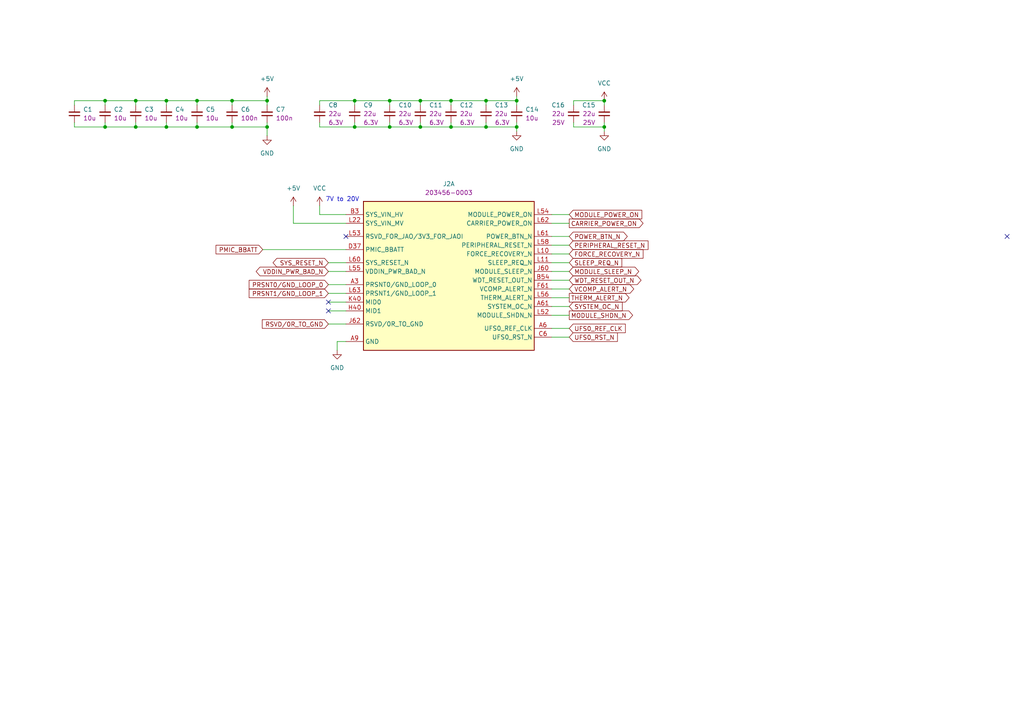
<source format=kicad_sch>
(kicad_sch (version 20250114) (generator "eeschema") (generator_version "9.0")
  (paper "A4")
  (title_block (title "Jetson Orin AGX Baseboard") (date "2025-08-11") (rev "1.0.0") (company "Antmicro Ltd") (comment 1 "www.antmicro.com"))
  (lib_symbols
    (symbol "antmicroB2BConnectors:Hermaphroditic_Molex_203456-0003_CUSTOM_Jetson_Orin_AGX_H8mm"
      (property "Reference" "J" (at 25.4 5.334 0))
      (property "MPN" "203456-0003" (at 76.454 -3.81 0))
      (symbol "Hermaphroditic_Molex_203456-0003_CUSTOM_Jetson_Orin_AGX_H8mm_1_1"
        (pin power_in line (at 0 0 0) (length 5.08) (name "SYS_VIN_HV") (number "B3"))
        (pin power_in line (at 0 0 0) (length 5.08) (hide yes) (name "SYS_VIN_HV") (number "B63"))
        (pin power_in line (at 0 0 0) (length 5.08) (hide yes) (name "SYS_VIN_HV") (number "C1"))
        (pin power_in line (at 0 0 0) (length 5.08) (hide yes) (name "SYS_VIN_HV") (number "C2"))
        (pin power_in line (at 0 0 0) (length 5.08) (hide yes) (name "SYS_VIN_HV") (number "C63"))
        (pin power_in line (at 0 0 0) (length 5.08) (hide yes) (name "SYS_VIN_HV") (number "C64"))
        (pin power_in line (at 0 0 0) (length 5.08) (hide yes) (name "SYS_VIN_HV") (number "C65"))
        (pin power_in line (at 0 0 0) (length 5.08) (hide yes) (name "SYS_VIN_HV") (number "D1"))
        (pin power_in line (at 0 0 0) (length 5.08) (hide yes) (name "SYS_VIN_HV") (number "D2"))
        (pin power_in line (at 0 0 0) (length 5.08) (hide yes) (name "SYS_VIN_HV") (number "D3"))
        (pin power_in line (at 0 0 0) (length 5.08) (hide yes) (name "SYS_VIN_HV") (number "D64"))
        (pin power_in line (at 0 0 0) (length 5.08) (hide yes) (name "SYS_VIN_HV") (number "D65"))
        (pin power_in line (at 0 0 0) (length 5.08) (hide yes) (name "SYS_VIN_HV") (number "E1"))
        (pin power_in line (at 0 0 0) (length 5.08) (hide yes) (name "SYS_VIN_HV") (number "E2"))
        (pin power_in line (at 0 0 0) (length 5.08) (hide yes) (name "SYS_VIN_HV") (number "E63"))
        (pin power_in line (at 0 0 0) (length 5.08) (hide yes) (name "SYS_VIN_HV") (number "E64"))
        (pin power_in line (at 0 0 0) (length 5.08) (hide yes) (name "SYS_VIN_HV") (number "E65"))
        (pin power_in line (at 0 0 0) (length 5.08) (hide yes) (name "SYS_VIN_HV") (number "F1"))
        (pin power_in line (at 0 0 0) (length 5.08) (hide yes) (name "SYS_VIN_HV") (number "F2"))
        (pin power_in line (at 0 0 0) (length 5.08) (hide yes) (name "SYS_VIN_HV") (number "F3"))
        (pin power_in line (at 0 0 0) (length 5.08) (hide yes) (name "SYS_VIN_HV") (number "F63"))
        (pin power_in line (at 0 0 0) (length 5.08) (hide yes) (name "SYS_VIN_HV") (number "F64"))
        (pin power_in line (at 0 0 0) (length 5.08) (hide yes) (name "SYS_VIN_HV") (number "F65"))
        (pin power_in line (at 0 0 0) (length 5.08) (hide yes) (name "SYS_VIN_HV") (number "G1"))
        (pin power_in line (at 0 0 0) (length 5.08) (hide yes) (name "SYS_VIN_HV") (number "G2"))
        (pin power_in line (at 0 0 0) (length 5.08) (hide yes) (name "SYS_VIN_HV") (number "G63"))
        (pin power_in line (at 0 0 0) (length 5.08) (hide yes) (name "SYS_VIN_HV") (number "G64"))
        (pin power_in line (at 0 0 0) (length 5.08) (hide yes) (name "SYS_VIN_HV") (number "G65"))
        (pin power_in line (at 0 0 0) (length 5.08) (hide yes) (name "SYS_VIN_HV") (number "H1"))
        (pin power_in line (at 0 0 0) (length 5.08) (hide yes) (name "SYS_VIN_HV") (number "H2"))
        (pin power_in line (at 0 0 0) (length 5.08) (hide yes) (name "SYS_VIN_HV") (number "H3"))
        (pin power_in line (at 0 0 0) (length 5.08) (hide yes) (name "SYS_VIN_HV") (number "H64"))
        (pin power_in line (at 0 0 0) (length 5.08) (hide yes) (name "SYS_VIN_HV") (number "H65"))
        (pin power_in line (at 0 0 0) (length 5.08) (hide yes) (name "SYS_VIN_HV") (number "J1"))
        (pin power_in line (at 0 0 0) (length 5.08) (hide yes) (name "SYS_VIN_HV") (number "J2"))
        (pin power_in line (at 0 0 0) (length 5.08) (hide yes) (name "SYS_VIN_HV") (number "J63"))
        (pin power_in line (at 0 0 0) (length 5.08) (hide yes) (name "SYS_VIN_HV") (number "J64"))
        (pin power_in line (at 0 0 0) (length 5.08) (hide yes) (name "SYS_VIN_HV") (number "J65"))
        (pin power_in line (at 0 0 0) (length 5.08) (hide yes) (name "SYS_VIN_HV") (number "K3"))
        (pin power_in line (at 0 -2.54 0) (length 5.08) (name "SYS_VIN_MV") (number "L22"))
        (pin power_in line (at 0 -2.54 0) (length 5.08) (hide yes) (name "SYS_VIN_MV") (number "L23"))
        (pin power_in line (at 0 -2.54 0) (length 5.08) (hide yes) (name "SYS_VIN_MV") (number "L26"))
        (pin power_in line (at 0 -2.54 0) (length 5.08) (hide yes) (name "SYS_VIN_MV") (number "L27"))
        (pin power_in line (at 0 -2.54 0) (length 5.08) (hide yes) (name "SYS_VIN_MV") (number "L30"))
        (pin power_in line (at 0 -2.54 0) (length 5.08) (hide yes) (name "SYS_VIN_MV") (number "L31"))
        (pin power_in line (at 0 -2.54 0) (length 5.08) (hide yes) (name "SYS_VIN_MV") (number "L34"))
        (pin power_in line (at 0 -2.54 0) (length 5.08) (hide yes) (name "SYS_VIN_MV") (number "L35"))
        (pin power_in line (at 0 -2.54 0) (length 5.08) (hide yes) (name "SYS_VIN_MV") (number "L38"))
        (pin power_in line (at 0 -2.54 0) (length 5.08) (hide yes) (name "SYS_VIN_MV") (number "L39"))
        (pin passive line (at 0 -6.35 0) (length 5.08) (name "RSVD_FOR_JAO/3V3_FOR_JAOI") (number "L53"))
        (pin power_in line (at 0 -10.16 0) (length 5.08) (name "PMIC_BBATT") (number "D37"))
        (pin bidirectional line (at 0 -13.97 0) (length 5.08) (name "SYS_RESET_N") (number "L60"))
        (pin bidirectional line (at 0 -16.51 0) (length 5.08) (name "VDDIN_PWR_BAD_N") (number "L55"))
        (pin passive line (at 0 -20.32 0) (length 5.08) (name "PRSNT0/GND_LOOP_0") (number "A3"))
        (pin passive line (at 0 -22.86 0) (length 5.08) (name "PRSNT1/GND_LOOP_1") (number "L63"))
        (pin passive line (at 0 -25.4 0) (length 5.08) (name "MID0") (number "K40"))
        (pin passive line (at 0 -27.94 0) (length 5.08) (name "MID1") (number "H40"))
        (pin passive line (at 0 -31.75 0) (length 5.08) (name "RSVD/0R_TO_GND") (number "J62"))
        (pin power_in line (at 0 -36.83 0) (length 5.08) (hide yes) (name "GND") (number "A12"))
        (pin power_in line (at 0 -36.83 0) (length 5.08) (hide yes) (name "GND") (number "A13"))
        (pin power_in line (at 0 -36.83 0) (length 5.08) (hide yes) (name "GND") (number "A16"))
        (pin power_in line (at 0 -36.83 0) (length 5.08) (hide yes) (name "GND") (number "A17"))
        (pin power_in line (at 0 -36.83 0) (length 5.08) (hide yes) (name "GND") (number "A20"))
        (pin power_in line (at 0 -36.83 0) (length 5.08) (hide yes) (name "GND") (number "A21"))
        (pin power_in line (at 0 -36.83 0) (length 5.08) (hide yes) (name "GND") (number "A24"))
        (pin power_in line (at 0 -36.83 0) (length 5.08) (hide yes) (name "GND") (number "A25"))
        (pin power_in line (at 0 -36.83 0) (length 5.08) (hide yes) (name "GND") (number "A28"))
        (pin power_in line (at 0 -36.83 0) (length 5.08) (hide yes) (name "GND") (number "A29"))
        (pin power_in line (at 0 -36.83 0) (length 5.08) (hide yes) (name "GND") (number "A32"))
        (pin power_in line (at 0 -36.83 0) (length 5.08) (hide yes) (name "GND") (number "A33"))
        (pin power_in line (at 0 -36.83 0) (length 5.08) (hide yes) (name "GND") (number "A36"))
        (pin power_in line (at 0 -36.83 0) (length 5.08) (hide yes) (name "GND") (number "A37"))
        (pin power_in line (at 0 -36.83 0) (length 5.08) (hide yes) (name "GND") (number "A40"))
        (pin power_in line (at 0 -36.83 0) (length 5.08) (hide yes) (name "GND") (number "A43"))
        (pin power_in line (at 0 -36.83 0) (length 5.08) (hide yes) (name "GND") (number "A46"))
        (pin power_in line (at 0 -36.83 0) (length 5.08) (hide yes) (name "GND") (number "A49"))
        (pin power_in line (at 0 -36.83 0) (length 5.08) (hide yes) (name "GND") (number "A52"))
        (pin power_in line (at 0 -36.83 0) (length 5.08) (hide yes) (name "GND") (number "A63"))
        (pin power_in line (at 0 -36.83 0) (length 5.08) (name "GND") (number "A9"))
        (pin power_in line (at 0 -36.83 0) (length 5.08) (hide yes) (name "GND") (number "B11"))
        (pin power_in line (at 0 -36.83 0) (length 5.08) (hide yes) (name "GND") (number "B14"))
        (pin power_in line (at 0 -36.83 0) (length 5.08) (hide yes) (name "GND") (number "B15"))
        (pin power_in line (at 0 -36.83 0) (length 5.08) (hide yes) (name "GND") (number "B18"))
        (pin power_in line (at 0 -36.83 0) (length 5.08) (hide yes) (name "GND") (number "B19"))
        (pin power_in line (at 0 -36.83 0) (length 5.08) (hide yes) (name "GND") (number "B22"))
        (pin power_in line (at 0 -36.83 0) (length 5.08) (hide yes) (name "GND") (number "B23"))
        (pin power_in line (at 0 -36.83 0) (length 5.08) (hide yes) (name "GND") (number "B26"))
        (pin power_in line (at 0 -36.83 0) (length 5.08) (hide yes) (name "GND") (number "B27"))
        (pin power_in line (at 0 -36.83 0) (length 5.08) (hide yes) (name "GND") (number "B30"))
        (pin power_in line (at 0 -36.83 0) (length 5.08) (hide yes) (name "GND") (number "B31"))
        (pin power_in line (at 0 -36.83 0) (length 5.08) (hide yes) (name "GND") (number "B34"))
        (pin power_in line (at 0 -36.83 0) (length 5.08) (hide yes) (name "GND") (number "B35"))
        (pin power_in line (at 0 -36.83 0) (length 5.08) (hide yes) (name "GND") (number "B38"))
        (pin power_in line (at 0 -36.83 0) (length 5.08) (hide yes) (name "GND") (number "B39"))
        (pin power_in line (at 0 -36.83 0) (length 5.08) (hide yes) (name "GND") (number "B4"))
        (pin power_in line (at 0 -36.83 0) (length 5.08) (hide yes) (name "GND") (number "B41"))
        (pin power_in line (at 0 -36.83 0) (length 5.08) (hide yes) (name "GND") (number "B44"))
        (pin power_in line (at 0 -36.83 0) (length 5.08) (hide yes) (name "GND") (number "B47"))
        (pin power_in line (at 0 -36.83 0) (length 5.08) (hide yes) (name "GND") (number "B50"))
        (pin power_in line (at 0 -36.83 0) (length 5.08) (hide yes) (name "GND") (number "B53"))
        (pin power_in line (at 0 -36.83 0) (length 5.08) (hide yes) (name "GND") (number "B57"))
        (pin power_in line (at 0 -36.83 0) (length 5.08) (hide yes) (name "GND") (number "B7"))
        (pin power_in line (at 0 -36.83 0) (length 5.08) (hide yes) (name "GND") (number "C12"))
        (pin power_in line (at 0 -36.83 0) (length 5.08) (hide yes) (name "GND") (number "C13"))
        (pin power_in line (at 0 -36.83 0) (length 5.08) (hide yes) (name "GND") (number "C16"))
        (pin power_in line (at 0 -36.83 0) (length 5.08) (hide yes) (name "GND") (number "C17"))
        (pin power_in line (at 0 -36.83 0) (length 5.08) (hide yes) (name "GND") (number "C20"))
        (pin power_in line (at 0 -36.83 0) (length 5.08) (hide yes) (name "GND") (number "C21"))
        (pin power_in line (at 0 -36.83 0) (length 5.08) (hide yes) (name "GND") (number "C24"))
        (pin power_in line (at 0 -36.83 0) (length 5.08) (hide yes) (name "GND") (number "C25"))
        (pin power_in line (at 0 -36.83 0) (length 5.08) (hide yes) (name "GND") (number "C28"))
        (pin power_in line (at 0 -36.83 0) (length 5.08) (hide yes) (name "GND") (number "C29"))
        (pin power_in line (at 0 -36.83 0) (length 5.08) (hide yes) (name "GND") (number "C3"))
        (pin power_in line (at 0 -36.83 0) (length 5.08) (hide yes) (name "GND") (number "C32"))
        (pin power_in line (at 0 -36.83 0) (length 5.08) (hide yes) (name "GND") (number "C33"))
        (pin power_in line (at 0 -36.83 0) (length 5.08) (hide yes) (name "GND") (number "C36"))
        (pin power_in line (at 0 -36.83 0) (length 5.08) (hide yes) (name "GND") (number "C37"))
        (pin power_in line (at 0 -36.83 0) (length 5.08) (hide yes) (name "GND") (number "C40"))
        (pin power_in line (at 0 -36.83 0) (length 5.08) (hide yes) (name "GND") (number "C43"))
        (pin power_in line (at 0 -36.83 0) (length 5.08) (hide yes) (name "GND") (number "C46"))
        (pin power_in line (at 0 -36.83 0) (length 5.08) (hide yes) (name "GND") (number "C49"))
        (pin power_in line (at 0 -36.83 0) (length 5.08) (hide yes) (name "GND") (number "C52"))
        (pin power_in line (at 0 -36.83 0) (length 5.08) (hide yes) (name "GND") (number "C62"))
        (pin power_in line (at 0 -36.83 0) (length 5.08) (hide yes) (name "GND") (number "C9"))
        (pin power_in line (at 0 -36.83 0) (length 5.08) (hide yes) (name "GND") (number "D11"))
        (pin power_in line (at 0 -36.83 0) (length 5.08) (hide yes) (name "GND") (number "D14"))
        (pin power_in line (at 0 -36.83 0) (length 5.08) (hide yes) (name "GND") (number "D15"))
        (pin power_in line (at 0 -36.83 0) (length 5.08) (hide yes) (name "GND") (number "D18"))
        (pin power_in line (at 0 -36.83 0) (length 5.08) (hide yes) (name "GND") (number "D19"))
        (pin power_in line (at 0 -36.83 0) (length 5.08) (hide yes) (name "GND") (number "D22"))
        (pin power_in line (at 0 -36.83 0) (length 5.08) (hide yes) (name "GND") (number "D23"))
        (pin power_in line (at 0 -36.83 0) (length 5.08) (hide yes) (name "GND") (number "D26"))
        (pin power_in line (at 0 -36.83 0) (length 5.08) (hide yes) (name "GND") (number "D27"))
        (pin power_in line (at 0 -36.83 0) (length 5.08) (hide yes) (name "GND") (number "D30"))
        (pin power_in line (at 0 -36.83 0) (length 5.08) (hide yes) (name "GND") (number "D31"))
        (pin power_in line (at 0 -36.83 0) (length 5.08) (hide yes) (name "GND") (number "D34"))
        (pin power_in line (at 0 -36.83 0) (length 5.08) (hide yes) (name "GND") (number "D35"))
        (pin power_in line (at 0 -36.83 0) (length 5.08) (hide yes) (name "GND") (number "D38"))
        (pin power_in line (at 0 -36.83 0) (length 5.08) (hide yes) (name "GND") (number "D39"))
        (pin power_in line (at 0 -36.83 0) (length 5.08) (hide yes) (name "GND") (number "D4"))
        (pin power_in line (at 0 -36.83 0) (length 5.08) (hide yes) (name "GND") (number "D41"))
        (pin power_in line (at 0 -36.83 0) (length 5.08) (hide yes) (name "GND") (number "D44"))
        (pin power_in line (at 0 -36.83 0) (length 5.08) (hide yes) (name "GND") (number "D47"))
        (pin power_in line (at 0 -36.83 0) (length 5.08) (hide yes) (name "GND") (number "D50"))
        (pin power_in line (at 0 -36.83 0) (length 5.08) (hide yes) (name "GND") (number "D53"))
        (pin power_in line (at 0 -36.83 0) (length 5.08) (hide yes) (name "GND") (number "D57"))
        (pin power_in line (at 0 -36.83 0) (length 5.08) (hide yes) (name "GND") (number "D63"))
        (pin power_in line (at 0 -36.83 0) (length 5.08) (hide yes) (name "GND") (number "D7"))
        (pin power_in line (at 0 -36.83 0) (length 5.08) (hide yes) (name "GND") (number "E12"))
        (pin power_in line (at 0 -36.83 0) (length 5.08) (hide yes) (name "GND") (number "E13"))
        (pin power_in line (at 0 -36.83 0) (length 5.08) (hide yes) (name "GND") (number "E16"))
        (pin power_in line (at 0 -36.83 0) (length 5.08) (hide yes) (name "GND") (number "E17"))
        (pin power_in line (at 0 -36.83 0) (length 5.08) (hide yes) (name "GND") (number "E20"))
        (pin power_in line (at 0 -36.83 0) (length 5.08) (hide yes) (name "GND") (number "E21"))
        (pin power_in line (at 0 -36.83 0) (length 5.08) (hide yes) (name "GND") (number "E24"))
        (pin power_in line (at 0 -36.83 0) (length 5.08) (hide yes) (name "GND") (number "E25"))
        (pin power_in line (at 0 -36.83 0) (length 5.08) (hide yes) (name "GND") (number "E28"))
        (pin power_in line (at 0 -36.83 0) (length 5.08) (hide yes) (name "GND") (number "E29"))
        (pin power_in line (at 0 -36.83 0) (length 5.08) (hide yes) (name "GND") (number "E3"))
        (pin power_in line (at 0 -36.83 0) (length 5.08) (hide yes) (name "GND") (number "E32"))
        (pin power_in line (at 0 -36.83 0) (length 5.08) (hide yes) (name "GND") (number "E33"))
        (pin power_in line (at 0 -36.83 0) (length 5.08) (hide yes) (name "GND") (number "E36"))
        (pin power_in line (at 0 -36.83 0) (length 5.08) (hide yes) (name "GND") (number "E37"))
        (pin power_in line (at 0 -36.83 0) (length 5.08) (hide yes) (name "GND") (number "E40"))
        (pin power_in line (at 0 -36.83 0) (length 5.08) (hide yes) (name "GND") (number "E43"))
        (pin power_in line (at 0 -36.83 0) (length 5.08) (hide yes) (name "GND") (number "E46"))
        (pin power_in line (at 0 -36.83 0) (length 5.08) (hide yes) (name "GND") (number "E49"))
        (pin power_in line (at 0 -36.83 0) (length 5.08) (hide yes) (name "GND") (number "E52"))
        (pin power_in line (at 0 -36.83 0) (length 5.08) (hide yes) (name "GND") (number "E57"))
        (pin power_in line (at 0 -36.83 0) (length 5.08) (hide yes) (name "GND") (number "E62"))
        (pin power_in line (at 0 -36.83 0) (length 5.08) (hide yes) (name "GND") (number "E9"))
        (pin power_in line (at 0 -36.83 0) (length 5.08) (hide yes) (name "GND") (number "F11"))
        (pin power_in line (at 0 -36.83 0) (length 5.08) (hide yes) (name "GND") (number "F14"))
        (pin power_in line (at 0 -36.83 0) (length 5.08) (hide yes) (name "GND") (number "F15"))
        (pin power_in line (at 0 -36.83 0) (length 5.08) (hide yes) (name "GND") (number "F18"))
        (pin power_in line (at 0 -36.83 0) (length 5.08) (hide yes) (name "GND") (number "F19"))
        (pin power_in line (at 0 -36.83 0) (length 5.08) (hide yes) (name "GND") (number "F22"))
        (pin power_in line (at 0 -36.83 0) (length 5.08) (hide yes) (name "GND") (number "F23"))
        (pin power_in line (at 0 -36.83 0) (length 5.08) (hide yes) (name "GND") (number "F26"))
        (pin power_in line (at 0 -36.83 0) (length 5.08) (hide yes) (name "GND") (number "F27"))
        (pin power_in line (at 0 -36.83 0) (length 5.08) (hide yes) (name "GND") (number "F30"))
        (pin power_in line (at 0 -36.83 0) (length 5.08) (hide yes) (name "GND") (number "F31"))
        (pin power_in line (at 0 -36.83 0) (length 5.08) (hide yes) (name "GND") (number "F34"))
        (pin power_in line (at 0 -36.83 0) (length 5.08) (hide yes) (name "GND") (number "F35"))
        (pin power_in line (at 0 -36.83 0) (length 5.08) (hide yes) (name "GND") (number "F38"))
        (pin power_in line (at 0 -36.83 0) (length 5.08) (hide yes) (name "GND") (number "F39"))
        (pin power_in line (at 0 -36.83 0) (length 5.08) (hide yes) (name "GND") (number "F4"))
        (pin power_in line (at 0 -36.83 0) (length 5.08) (hide yes) (name "GND") (number "F41"))
        (pin power_in line (at 0 -36.83 0) (length 5.08) (hide yes) (name "GND") (number "F44"))
        (pin power_in line (at 0 -36.83 0) (length 5.08) (hide yes) (name "GND") (number "F47"))
        (pin power_in line (at 0 -36.83 0) (length 5.08) (hide yes) (name "GND") (number "F50"))
        (pin power_in line (at 0 -36.83 0) (length 5.08) (hide yes) (name "GND") (number "F57"))
        (pin power_in line (at 0 -36.83 0) (length 5.08) (hide yes) (name "GND") (number "F62"))
        (pin power_in line (at 0 -36.83 0) (length 5.08) (hide yes) (name "GND") (number "F7"))
        (pin power_in line (at 0 -36.83 0) (length 5.08) (hide yes) (name "GND") (number "G12"))
        (pin power_in line (at 0 -36.83 0) (length 5.08) (hide yes) (name "GND") (number "G13"))
        (pin power_in line (at 0 -36.83 0) (length 5.08) (hide yes) (name "GND") (number "G16"))
        (pin power_in line (at 0 -36.83 0) (length 5.08) (hide yes) (name "GND") (number "G17"))
        (pin power_in line (at 0 -36.83 0) (length 5.08) (hide yes) (name "GND") (number "G20"))
        (pin power_in line (at 0 -36.83 0) (length 5.08) (hide yes) (name "GND") (number "G21"))
        (pin power_in line (at 0 -36.83 0) (length 5.08) (hide yes) (name "GND") (number "G24"))
        (pin power_in line (at 0 -36.83 0) (length 5.08) (hide yes) (name "GND") (number "G25"))
        (pin power_in line (at 0 -36.83 0) (length 5.08) (hide yes) (name "GND") (number "G28"))
        (pin power_in line (at 0 -36.83 0) (length 5.08) (hide yes) (name "GND") (number "G29"))
        (pin power_in line (at 0 -36.83 0) (length 5.08) (hide yes) (name "GND") (number "G3"))
        (pin power_in line (at 0 -36.83 0) (length 5.08) (hide yes) (name "GND") (number "G32"))
        (pin power_in line (at 0 -36.83 0) (length 5.08) (hide yes) (name "GND") (number "G33"))
        (pin power_in line (at 0 -36.83 0) (length 5.08) (hide yes) (name "GND") (number "G36"))
        (pin power_in line (at 0 -36.83 0) (length 5.08) (hide yes) (name "GND") (number "G37"))
        (pin power_in line (at 0 -36.83 0) (length 5.08) (hide yes) (name "GND") (number "G40"))
        (pin power_in line (at 0 -36.83 0) (length 5.08) (hide yes) (name "GND") (number "G43"))
        (pin power_in line (at 0 -36.83 0) (length 5.08) (hide yes) (name "GND") (number "G46"))
        (pin power_in line (at 0 -36.83 0) (length 5.08) (hide yes) (name "GND") (number "G49"))
        (pin power_in line (at 0 -36.83 0) (length 5.08) (hide yes) (name "GND") (number "G52"))
        (pin power_in line (at 0 -36.83 0) (length 5.08) (hide yes) (name "GND") (number "G57"))
        (pin power_in line (at 0 -36.83 0) (length 5.08) (hide yes) (name "GND") (number "G62"))
        (pin power_in line (at 0 -36.83 0) (length 5.08) (hide yes) (name "GND") (number "G9"))
        (pin power_in line (at 0 -36.83 0) (length 5.08) (hide yes) (name "GND") (number "H11"))
        (pin power_in line (at 0 -36.83 0) (length 5.08) (hide yes) (name "GND") (number "H14"))
        (pin power_in line (at 0 -36.83 0) (length 5.08) (hide yes) (name "GND") (number "H15"))
        (pin power_in line (at 0 -36.83 0) (length 5.08) (hide yes) (name "GND") (number "H18"))
        (pin power_in line (at 0 -36.83 0) (length 5.08) (hide yes) (name "GND") (number "H19"))
        (pin power_in line (at 0 -36.83 0) (length 5.08) (hide yes) (name "GND") (number "H22"))
        (pin power_in line (at 0 -36.83 0) (length 5.08) (hide yes) (name "GND") (number "H23"))
        (pin power_in line (at 0 -36.83 0) (length 5.08) (hide yes) (name "GND") (number "H26"))
        (pin power_in line (at 0 -36.83 0) (length 5.08) (hide yes) (name "GND") (number "H27"))
        (pin power_in line (at 0 -36.83 0) (length 5.08) (hide yes) (name "GND") (number "H30"))
        (pin power_in line (at 0 -36.83 0) (length 5.08) (hide yes) (name "GND") (number "H31"))
        (pin power_in line (at 0 -36.83 0) (length 5.08) (hide yes) (name "GND") (number "H34"))
        (pin power_in line (at 0 -36.83 0) (length 5.08) (hide yes) (name "GND") (number "H35"))
        (pin power_in line (at 0 -36.83 0) (length 5.08) (hide yes) (name "GND") (number "H38"))
        (pin power_in line (at 0 -36.83 0) (length 5.08) (hide yes) (name "GND") (number "H39"))
        (pin power_in line (at 0 -36.83 0) (length 5.08) (hide yes) (name "GND") (number "H4"))
        (pin power_in line (at 0 -36.83 0) (length 5.08) (hide yes) (name "GND") (number "H41"))
        (pin power_in line (at 0 -36.83 0) (length 5.08) (hide yes) (name "GND") (number "H44"))
        (pin power_in line (at 0 -36.83 0) (length 5.08) (hide yes) (name "GND") (number "H47"))
        (pin power_in line (at 0 -36.83 0) (length 5.08) (hide yes) (name "GND") (number "H50"))
        (pin power_in line (at 0 -36.83 0) (length 5.08) (hide yes) (name "GND") (number "H56"))
        (pin power_in line (at 0 -36.83 0) (length 5.08) (hide yes) (name "GND") (number "H63"))
        (pin power_in line (at 0 -36.83 0) (length 5.08) (hide yes) (name "GND") (number "H7"))
        (pin power_in line (at 0 -36.83 0) (length 5.08) (hide yes) (name "GND") (number "J12"))
        (pin power_in line (at 0 -36.83 0) (length 5.08) (hide yes) (name "GND") (number "J13"))
        (pin power_in line (at 0 -36.83 0) (length 5.08) (hide yes) (name "GND") (number "J16"))
        (pin power_in line (at 0 -36.83 0) (length 5.08) (hide yes) (name "GND") (number "J17"))
        (pin power_in line (at 0 -36.83 0) (length 5.08) (hide yes) (name "GND") (number "J20"))
        (pin power_in line (at 0 -36.83 0) (length 5.08) (hide yes) (name "GND") (number "J21"))
        (pin power_in line (at 0 -36.83 0) (length 5.08) (hide yes) (name "GND") (number "J24"))
        (pin power_in line (at 0 -36.83 0) (length 5.08) (hide yes) (name "GND") (number "J25"))
        (pin power_in line (at 0 -36.83 0) (length 5.08) (hide yes) (name "GND") (number "J28"))
        (pin power_in line (at 0 -36.83 0) (length 5.08) (hide yes) (name "GND") (number "J29"))
        (pin power_in line (at 0 -36.83 0) (length 5.08) (hide yes) (name "GND") (number "J3"))
        (pin power_in line (at 0 -36.83 0) (length 5.08) (hide yes) (name "GND") (number "J32"))
        (pin power_in line (at 0 -36.83 0) (length 5.08) (hide yes) (name "GND") (number "J33"))
        (pin power_in line (at 0 -36.83 0) (length 5.08) (hide yes) (name "GND") (number "J36"))
        (pin power_in line (at 0 -36.83 0) (length 5.08) (hide yes) (name "GND") (number "J37"))
        (pin power_in line (at 0 -36.83 0) (length 5.08) (hide yes) (name "GND") (number "J40"))
        (pin power_in line (at 0 -36.83 0) (length 5.08) (hide yes) (name "GND") (number "J43"))
        (pin power_in line (at 0 -36.83 0) (length 5.08) (hide yes) (name "GND") (number "J46"))
        (pin power_in line (at 0 -36.83 0) (length 5.08) (hide yes) (name "GND") (number "J49"))
        (pin power_in line (at 0 -36.83 0) (length 5.08) (hide yes) (name "GND") (number "J56"))
        (pin power_in line (at 0 -36.83 0) (length 5.08) (hide yes) (name "GND") (number "J8"))
        (pin power_in line (at 0 -36.83 0) (length 5.08) (hide yes) (name "GND") (number "K11"))
        (pin power_in line (at 0 -36.83 0) (length 5.08) (hide yes) (name "GND") (number "K14"))
        (pin power_in line (at 0 -36.83 0) (length 5.08) (hide yes) (name "GND") (number "K15"))
        (pin power_in line (at 0 -36.83 0) (length 5.08) (hide yes) (name "GND") (number "K18"))
        (pin power_in line (at 0 -36.83 0) (length 5.08) (hide yes) (name "GND") (number "K19"))
        (pin power_in line (at 0 -36.83 0) (length 5.08) (hide yes) (name "GND") (number "K22"))
        (pin power_in line (at 0 -36.83 0) (length 5.08) (hide yes) (name "GND") (number "K23"))
        (pin power_in line (at 0 -36.83 0) (length 5.08) (hide yes) (name "GND") (number "K26"))
        (pin power_in line (at 0 -36.83 0) (length 5.08) (hide yes) (name "GND") (number "K27"))
        (pin power_in line (at 0 -36.83 0) (length 5.08) (hide yes) (name "GND") (number "K30"))
        (pin power_in line (at 0 -36.83 0) (length 5.08) (hide yes) (name "GND") (number "K31"))
        (pin power_in line (at 0 -36.83 0) (length 5.08) (hide yes) (name "GND") (number "K34"))
        (pin power_in line (at 0 -36.83 0) (length 5.08) (hide yes) (name "GND") (number "K35"))
        (pin power_in line (at 0 -36.83 0) (length 5.08) (hide yes) (name "GND") (number "K38"))
        (pin power_in line (at 0 -36.83 0) (length 5.08) (hide yes) (name "GND") (number "K39"))
        (pin power_in line (at 0 -36.83 0) (length 5.08) (hide yes) (name "GND") (number "K4"))
        (pin power_in line (at 0 -36.83 0) (length 5.08) (hide yes) (name "GND") (number "K41"))
        (pin power_in line (at 0 -36.83 0) (length 5.08) (hide yes) (name "GND") (number "K42"))
        (pin power_in line (at 0 -36.83 0) (length 5.08) (hide yes) (name "GND") (number "K45"))
        (pin power_in line (at 0 -36.83 0) (length 5.08) (hide yes) (name "GND") (number "K48"))
        (pin power_in line (at 0 -36.83 0) (length 5.08) (hide yes) (name "GND") (number "K55"))
        (pin power_in line (at 0 -36.83 0) (length 5.08) (hide yes) (name "GND") (number "K63"))
        (pin power_in line (at 0 -36.83 0) (length 5.08) (hide yes) (name "GND") (number "K8"))
        (pin power_in line (at 0 -36.83 0) (length 5.08) (hide yes) (name "GND") (number "L12"))
        (pin power_in line (at 0 -36.83 0) (length 5.08) (hide yes) (name "GND") (number "L13"))
        (pin power_in line (at 0 -36.83 0) (length 5.08) (hide yes) (name "GND") (number "L16"))
        (pin power_in line (at 0 -36.83 0) (length 5.08) (hide yes) (name "GND") (number "L17"))
        (pin power_in line (at 0 -36.83 0) (length 5.08) (hide yes) (name "GND") (number "L20"))
        (pin power_in line (at 0 -36.83 0) (length 5.08) (hide yes) (name "GND") (number "L21"))
        (pin power_in line (at 0 -36.83 0) (length 5.08) (hide yes) (name "GND") (number "L24"))
        (pin power_in line (at 0 -36.83 0) (length 5.08) (hide yes) (name "GND") (number "L25"))
        (pin power_in line (at 0 -36.83 0) (length 5.08) (hide yes) (name "GND") (number "L28"))
        (pin power_in line (at 0 -36.83 0) (length 5.08) (hide yes) (name "GND") (number "L29"))
        (pin power_in line (at 0 -36.83 0) (length 5.08) (hide yes) (name "GND") (number "L3"))
        (pin power_in line (at 0 -36.83 0) (length 5.08) (hide yes) (name "GND") (number "L32"))
        (pin power_in line (at 0 -36.83 0) (length 5.08) (hide yes) (name "GND") (number "L33"))
        (pin power_in line (at 0 -36.83 0) (length 5.08) (hide yes) (name "GND") (number "L36"))
        (pin power_in line (at 0 -36.83 0) (length 5.08) (hide yes) (name "GND") (number "L37"))
        (pin power_in line (at 0 -36.83 0) (length 5.08) (hide yes) (name "GND") (number "L40"))
        (pin power_in line (at 0 -36.83 0) (length 5.08) (hide yes) (name "GND") (number "L43"))
        (pin power_in line (at 0 -36.83 0) (length 5.08) (hide yes) (name "GND") (number "L46"))
        (pin power_in line (at 0 -36.83 0) (length 5.08) (hide yes) (name "GND") (number "L7"))
        (pin no_connect line (at 17.78 3.81 270) (length 5.08) (hide yes) (name "RSVD19") (number "H36"))
        (pin no_connect line (at 17.78 -39.37 90) (length 5.08) (hide yes) (name "RSVD1") (number "B10"))
        (pin no_connect line (at 19.05 3.81 270) (length 5.08) (hide yes) (name "RSVD20") (number "H37"))
        (pin no_connect line (at 19.05 -39.37 90) (length 5.08) (hide yes) (name "RSVD2") (number "B40"))
        (pin no_connect line (at 20.32 3.81 270) (length 5.08) (hide yes) (name "RSVD21") (number "H48"))
        (pin no_connect line (at 20.32 -39.37 90) (length 5.08) (hide yes) (name "RSVD3") (number "B48"))
        (pin no_connect line (at 21.59 3.81 270) (length 5.08) (hide yes) (name "RSVD22") (number "H49"))
        (pin no_connect line (at 21.59 -39.37 90) (length 5.08) (hide yes) (name "RSVD4") (number "B49"))
        (pin no_connect line (at 22.86 3.81 270) (length 5.08) (hide yes) (name "RSVD23") (number "J38"))
        (pin no_connect line (at 22.86 -39.37 90) (length 5.08) (hide yes) (name "RSVD5") (number "D36"))
        (pin no_connect line (at 24.13 3.81 270) (length 5.08) (hide yes) (name "RSVD24") (number "J39"))
        (pin no_connect line (at 24.13 -39.37 90) (length 5.08) (hide yes) (name "RSVD6") (number "D40"))
        (pin no_connect line (at 25.4 3.81 270) (length 5.08) (hide yes) (name "RSVD25") (number "J47"))
        (pin no_connect line (at 25.4 -39.37 90) (length 5.08) (hide yes) (name "RSVD7") (number "E34"))
        (pin no_connect line (at 26.67 3.81 270) (length 5.08) (hide yes) (name "RSVD26") (number "J48"))
        (pin no_connect line (at 26.67 -39.37 90) (length 5.08) (hide yes) (name "RSVD8") (number "E35"))
        (pin no_connect line (at 27.94 3.81 270) (length 5.08) (hide yes) (name "RSVD27") (number "K36"))
        (pin no_connect line (at 27.94 -39.37 90) (length 5.08) (hide yes) (name "RSVD9") (number "E50"))
        (pin no_connect line (at 29.21 3.81 270) (length 5.08) (hide yes) (name "RSVD28") (number "K37"))
        (pin no_connect line (at 29.21 -39.37 90) (length 5.08) (hide yes) (name "RSVD10") (number "E51"))
        (pin no_connect line (at 30.48 3.81 270) (length 5.08) (hide yes) (name "RSVD30") (number "K46"))
        (pin no_connect line (at 30.48 -39.37 90) (length 5.08) (hide yes) (name "RSVD11") (number "F36"))
        (pin no_connect line (at 31.75 3.81 270) (length 5.08) (hide yes) (name "RSVD31") (number "K47"))
        (pin no_connect line (at 31.75 -39.37 90) (length 5.08) (hide yes) (name "RSVD12") (number "F37"))
        (pin no_connect line (at 33.02 3.81 270) (length 5.08) (hide yes) (name "RSVD32") (number "L41"))
        (pin no_connect line (at 33.02 -39.37 90) (length 5.08) (hide yes) (name "RSVD13") (number "F40"))
        (pin no_connect line (at 34.29 3.81 270) (length 5.08) (hide yes) (name "RSVD33") (number "L42"))
        (pin no_connect line (at 34.29 -39.37 90) (length 5.08) (hide yes) (name "RSVD14") (number "G38"))
        (pin no_connect line (at 35.56 3.81 270) (length 5.08) (hide yes) (name "RSVD34") (number "L44"))
        (pin no_connect line (at 35.56 -39.37 90) (length 5.08) (hide yes) (name "RSVD15") (number "G39"))
        (pin no_connect line (at 36.83 3.81 270) (length 5.08) (hide yes) (name "RSVD35") (number "L45"))
        (pin no_connect line (at 36.83 -39.37 90) (length 5.08) (hide yes) (name "RSVD16") (number "G50"))
        (pin no_connect line (at 38.1 3.81 270) (length 5.08) (hide yes) (name "RSVD36") (number "L47"))
        (pin no_connect line (at 38.1 -39.37 90) (length 5.08) (hide yes) (name "RSVD17") (number "G51"))
        (pin no_connect line (at 39.37 3.81 270) (length 5.08) (hide yes) (name "RSVD37") (number "L59"))
        (pin no_connect line (at 39.37 -39.37 90) (length 5.08) (hide yes) (name "RSVD18") (number "G59"))
        (pin input line (at 59.69 0 180) (length 5.08) (name "MODULE_POWER_ON") (number "L54"))
        (pin output line (at 59.69 -2.54 180) (length 5.08) (name "CARRIER_POWER_ON") (number "L62"))
        (pin bidirectional line (at 59.69 -6.35 180) (length 5.08) (name "POWER_BTN_N") (number "L61"))
        (pin input line (at 59.69 -8.89 180) (length 5.08) (name "PERIPHERAL_RESET_N") (number "L58"))
        (pin input line (at 59.69 -11.43 180) (length 5.08) (name "FORCE_RECOVERY_N") (number "L10"))
        (pin input line (at 59.69 -13.97 180) (length 5.08) (name "SLEEP_REQ_N") (number "L11"))
        (pin bidirectional line (at 59.69 -16.51 180) (length 5.08) (name "MODULE_SLEEP_N") (number "J60"))
        (pin bidirectional line (at 59.69 -19.05 180) (length 5.08) (name "WDT_RESET_OUT_N") (number "B54"))
        (pin bidirectional line (at 59.69 -21.59 180) (length 5.08) (name "VCOMP_ALERT_N") (number "F61"))
        (pin output line (at 59.69 -24.13 180) (length 5.08) (name "THERM_ALERT_N") (number "L56"))
        (pin input line (at 59.69 -26.67 180) (length 5.08) (name "SYSTEM_OC_N") (number "A61"))
        (pin output line (at 59.69 -29.21 180) (length 5.08) (name "MODULE_SHDN_N") (number "L52"))
        (pin passive line (at 59.69 -33.02 180) (length 5.08) (name "UFS0_REF_CLK") (number "A6"))
        (pin passive line (at 59.69 -35.56 180) (length 5.08) (name "UFS0_RST_N") (number "C6"))
      )
      (symbol "Hermaphroditic_Molex_203456-0003_CUSTOM_Jetson_Orin_AGX_H8mm_2_1"
        (text "UHPY0" (at 21.59 2.286 0) (effects (font (size 1.27 1.27))))
        (text "UPHY1" (at 21.844 -43.434 0) (effects (font (size 1.27 1.27))))
        (text "UPHY2" (at 21.844 -89.154 0) (effects (font (size 1.27 1.27))))
        (pin input line (at 0 0 0) (length 5.08) (name "UPHY_RX0_P") (number "A22"))
        (pin input line (at 0 -2.54 0) (length 5.08) (name "UPHY_RX0_N") (number "A23"))
        (pin input line (at 0 -5.08 0) (length 5.08) (name "UPHY_RX1_P") (number "C23"))
        (pin input line (at 0 -7.62 0) (length 5.08) (name "UPHY_RX1_N") (number "C22"))
        (pin input line (at 0 -10.16 0) (length 5.08) (name "UPHY_RX20_P") (number "C34"))
        (pin input line (at 0 -12.7 0) (length 5.08) (name "UPHY_RX20_N") (number "C35"))
        (pin input line (at 0 -15.24 0) (length 5.08) (name "UPHY_RX21_P") (number "B33"))
        (pin input line (at 0 -17.78 0) (length 5.08) (name "UPHY_RX21_N") (number "B32"))
        (pin input line (at 0 -20.32 0) (length 5.08) (name "UPHY_RX22_P") (number "D33"))
        (pin input line (at 0 -22.86 0) (length 5.08) (name "UPHY_RX22_N") (number "D32"))
        (pin input line (at 0 -25.4 0) (length 5.08) (name "UPHY_RX23_P") (number "A34"))
        (pin input line (at 0 -27.94 0) (length 5.08) (name "UPHY_RX23_N") (number "A35"))
        (pin input line (at 0 -30.48 0) (length 5.08) (name "UPHY_RX10_P") (number "B12"))
        (pin input line (at 0 -33.02 0) (length 5.08) (name "UPHY_RX10_N") (number "B13"))
        (pin input line (at 0 -35.56 0) (length 5.08) (name "UPHY_RX11_P") (number "D12"))
        (pin input line (at 0 -38.1 0) (length 5.08) (name "UPHY_RX11_N") (number "D13"))
        (pin input line (at 0 -45.72 0) (length 5.08) (name "UPHY_RX12_P") (number "D24"))
        (pin input line (at 0 -48.26 0) (length 5.08) (name "UPHY_RX12_N") (number "D25"))
        (pin input line (at 0 -50.8 0) (length 5.08) (name "UPHY_RX13_P") (number "B25"))
        (pin input line (at 0 -53.34 0) (length 5.08) (name "UPHY_RX13_N") (number "B24"))
        (pin input line (at 0 -55.88 0) (length 5.08) (name "UPHY_RX14_P") (number "C27"))
        (pin input line (at 0 -58.42 0) (length 5.08) (name "UPHY_RX14_N") (number "C26"))
        (pin input line (at 0 -60.96 0) (length 5.08) (name "UPHY_RX15_P") (number "A26"))
        (pin input line (at 0 -63.5 0) (length 5.08) (name "UPHY_RX15_N") (number "A27"))
        (pin input line (at 0 -66.04 0) (length 5.08) (name "UPHY_RX16_P") (number "D28"))
        (pin input line (at 0 -68.58 0) (length 5.08) (name "UPHY_RX16_N") (number "D29"))
        (pin input line (at 0 -71.12 0) (length 5.08) (name "UPHY_RX17_P") (number "B29"))
        (pin input line (at 0 -73.66 0) (length 5.08) (name "UPHY_RX17_N") (number "B28"))
        (pin input line (at 0 -76.2 0) (length 5.08) (name "UPHY_RX18_P") (number "C31"))
        (pin input line (at 0 -78.74 0) (length 5.08) (name "UPHY_RX18_N") (number "C30"))
        (pin input line (at 0 -81.28 0) (length 5.08) (name "UPHY_RX19_P") (number "A30"))
        (pin input line (at 0 -83.82 0) (length 5.08) (name "UPHY_RX19_N") (number "A31"))
        (pin input line (at 0 -91.44 0) (length 5.08) (name "UPHY_RX2_P") (number "B21"))
        (pin input line (at 0 -93.98 0) (length 5.08) (name "UPHY_RX2_N") (number "B20"))
        (pin input line (at 0 -96.52 0) (length 5.08) (name "UPHY_RX3_P") (number "D20"))
        (pin input line (at 0 -99.06 0) (length 5.08) (name "UPHY_RX3_N") (number "D21"))
        (pin input line (at 0 -101.6 0) (length 5.08) (name "UPHY_RX4_P") (number "A18"))
        (pin input line (at 0 -104.14 0) (length 5.08) (name "UPHY_RX4_N") (number "A19"))
        (pin input line (at 0 -106.68 0) (length 5.08) (name "UPHY_RX5_P") (number "C19"))
        (pin input line (at 0 -109.22 0) (length 5.08) (name "UPHY_RX5_N") (number "C18"))
        (pin input line (at 0 -111.76 0) (length 5.08) (name "UPHY_RX6_P") (number "B16"))
        (pin input line (at 0 -114.3 0) (length 5.08) (name "UPHY_RX6_N") (number "B17"))
        (pin input line (at 0 -116.84 0) (length 5.08) (name "UPHY_RX7_P") (number "D16"))
        (pin input line (at 0 -119.38 0) (length 5.08) (name "UPHY_RX7_N") (number "D17"))
        (pin input line (at 0 -121.92 0) (length 5.08) (name "UPHY_RX8_P") (number "A15"))
        (pin input line (at 0 -124.46 0) (length 5.08) (name "UPHY_RX8_N") (number "A14"))
        (pin input line (at 0 -127 0) (length 5.08) (name "UPHY_RX9_P") (number "C15"))
        (pin input line (at 0 -129.54 0) (length 5.08) (name "UPHY_RX9_N") (number "C14"))
        (pin output line (at 43.18 0 180) (length 5.08) (name "UPHY_TX0_P") (number "J22"))
        (pin output line (at 43.18 -2.54 180) (length 5.08) (name "UPHY_TX0_N") (number "J23"))
        (pin output line (at 43.18 -5.08 180) (length 5.08) (name "UPHY_TX1_P") (number "G23"))
        (pin output line (at 43.18 -7.62 180) (length 5.08) (name "UPHY_TX1_N") (number "G22"))
        (pin output line (at 43.18 -10.16 180) (length 5.08) (name "UPHY_TX20_P") (number "K32"))
        (pin output line (at 43.18 -12.7 180) (length 5.08) (name "UPHY_TX20_N") (number "K33"))
        (pin output line (at 43.18 -15.24 180) (length 5.08) (name "UPHY_TX21_P") (number "G35"))
        (pin output line (at 43.18 -17.78 180) (length 5.08) (name "UPHY_TX21_N") (number "G34"))
        (pin output line (at 43.18 -20.32 180) (length 5.08) (name "UPHY_TX22_P") (number "J35"))
        (pin output line (at 43.18 -22.86 180) (length 5.08) (name "UPHY_TX22_N") (number "J34"))
        (pin output line (at 43.18 -25.4 180) (length 5.08) (name "UPHY_TX23_P") (number "H32"))
        (pin output line (at 43.18 -27.94 180) (length 5.08) (name "UPHY_TX23_N") (number "H33"))
        (pin output line (at 43.18 -30.48 180) (length 5.08) (name "UPHY_TX10_P") (number "K13"))
        (pin output line (at 43.18 -33.02 180) (length 5.08) (name "UPHY_TX10_N") (number "K12"))
        (pin output line (at 43.18 -35.56 180) (length 5.08) (name "UPHY_TX11_P") (number "H12"))
        (pin output line (at 43.18 -38.1 180) (length 5.08) (name "UPHY_TX11_N") (number "H13"))
        (pin output line (at 43.18 -45.72 180) (length 5.08) (name "UPHY_TX12_P") (number "H24"))
        (pin output line (at 43.18 -48.26 180) (length 5.08) (name "UPHY_TX12_N") (number "H25"))
        (pin output line (at 43.18 -50.8 180) (length 5.08) (name "UPHY_TX13_P") (number "K25"))
        (pin output line (at 43.18 -53.34 180) (length 5.08) (name "UPHY_TX13_N") (number "K24"))
        (pin output line (at 43.18 -55.88 180) (length 5.08) (name "UPHY_TX14_P") (number "G27"))
        (pin output line (at 43.18 -58.42 180) (length 5.08) (name "UPHY_TX14_N") (number "G26"))
        (pin output line (at 43.18 -60.96 180) (length 5.08) (name "UPHY_TX15_P") (number "J26"))
        (pin output line (at 43.18 -63.5 180) (length 5.08) (name "UPHY_TX15_N") (number "J27"))
        (pin output line (at 43.18 -66.04 180) (length 5.08) (name "UPHY_TX16_P") (number "H28"))
        (pin output line (at 43.18 -68.58 180) (length 5.08) (name "UPHY_TX16_N") (number "H29"))
        (pin output line (at 43.18 -71.12 180) (length 5.08) (name "UPHY_TX17_P") (number "K29"))
        (pin output line (at 43.18 -73.66 180) (length 5.08) (name "UPHY_TX17_N") (number "K28"))
        (pin output line (at 43.18 -76.2 180) (length 5.08) (name "UPHY_TX18_P") (number "G31"))
        (pin output line (at 43.18 -78.74 180) (length 5.08) (name "UPHY_TX18_N") (number "G30"))
        (pin output line (at 43.18 -81.28 180) (length 5.08) (name "UPHY_TX19_P") (number "J30"))
        (pin output line (at 43.18 -83.82 180) (length 5.08) (name "UPHY_TX19_N") (number "J31"))
        (pin output line (at 43.18 -91.44 180) (length 5.08) (name "UPHY_TX2_P") (number "K21"))
        (pin output line (at 43.18 -93.98 180) (length 5.08) (name "UPHY_TX2_N") (number "K20"))
        (pin output line (at 43.18 -96.52 180) (length 5.08) (name "UPHY_TX3_P") (number "H20"))
        (pin output line (at 43.18 -99.06 180) (length 5.08) (name "UPHY_TX3_N") (number "H21"))
        (pin output line (at 43.18 -101.6 180) (length 5.08) (name "UPHY_TX4_P") (number "J18"))
        (pin output line (at 43.18 -104.14 180) (length 5.08) (name "UPHY_TX4_N") (number "J19"))
        (pin output line (at 43.18 -106.68 180) (length 5.08) (name "UPHY_TX5_P") (number "G19"))
        (pin output line (at 43.18 -109.22 180) (length 5.08) (name "UPHY_TX5_N") (number "G18"))
        (pin output line (at 43.18 -111.76 180) (length 5.08) (name "UPHY_TX6_P") (number "K17"))
        (pin output line (at 43.18 -114.3 180) (length 5.08) (name "UPHY_TX6_N") (number "K16"))
        (pin output line (at 43.18 -116.84 180) (length 5.08) (name "UPHY_TX7_P") (number "H16"))
        (pin output line (at 43.18 -119.38 180) (length 5.08) (name "UPHY_TX7_N") (number "H17"))
        (pin output line (at 43.18 -121.92 180) (length 5.08) (name "UPHY_TX8_P") (number "J14"))
        (pin output line (at 43.18 -124.46 180) (length 5.08) (name "UPHY_TX8_N") (number "J15"))
        (pin output line (at 43.18 -127 180) (length 5.08) (name "UPHY_TX9_P") (number "G15"))
        (pin output line (at 43.18 -129.54 180) (length 5.08) (name "UPHY_TX9_N") (number "G14"))
      )
      (symbol "Hermaphroditic_Molex_203456-0003_CUSTOM_Jetson_Orin_AGX_H8mm_3_1"
        (pin bidirectional line (at 0 0 0) (length 5.08) (name "USB0_P") (number "F12"))
        (pin bidirectional line (at 0 -2.54 0) (length 5.08) (name "USB0_N") (number "F13"))
        (pin bidirectional line (at 0 -6.35 0) (length 5.08) (name "USB1_P") (number "C11"))
        (pin bidirectional line (at 0 -8.89 0) (length 5.08) (name "USB1_N") (number "C10"))
        (pin output line (at 0 -16.51 0) (length 5.08) (name "PEX_CLK0_P") (number "E15"))
        (pin output line (at 0 -19.05 0) (length 5.08) (name "PEX_CLK0_N") (number "E14"))
        (pin output line (at 0 -21.59 0) (length 5.08) (name "PEX_CLK1_P") (number "F16"))
        (pin output line (at 0 -24.13 0) (length 5.08) (name "PEX_CLK1_N") (number "F17"))
        (pin output line (at 0 -26.67 0) (length 5.08) (name "PEX_CLK2_P") (number "E19"))
        (pin output line (at 0 -29.21 0) (length 5.08) (name "PEX_CLK2_N") (number "E18"))
        (pin output line (at 0 -31.75 0) (length 5.08) (name "PEX_CLK3_P") (number "F20"))
        (pin output line (at 0 -34.29 0) (length 5.08) (name "PEX_CLK3_N") (number "F21"))
        (pin output line (at 0 -36.83 0) (length 5.08) (name "PEX_CLK4_P") (number "E23"))
        (pin output line (at 0 -39.37 0) (length 5.08) (name "PEX_CLK4_N") (number "E22"))
        (pin output line (at 0 -41.91 0) (length 5.08) (name "PEX_CLK5_P") (number "F24"))
        (pin output line (at 0 -44.45 0) (length 5.08) (name "PEX_CLK5_N") (number "F25"))
        (pin output line (at 0 -46.99 0) (length 5.08) (name "PEX_CLK6_P") (number "D49"))
        (pin output line (at 0 -49.53 0) (length 5.08) (name "PEX_CLK6_N") (number "D48"))
        (pin output line (at 0 -52.07 0) (length 5.08) (name "UPHY_REFCLK3_P") (number "F32"))
        (pin output line (at 0 -54.61 0) (length 5.08) (name "UPHY_REFCLK3_N") (number "F33"))
        (pin input line (at 0 -59.69 0) (length 5.08) (name "UPHY_REFCLK0_P") (number "E30"))
        (pin input line (at 0 -62.23 0) (length 5.08) (name "UPHY_REFCLK0_N") (number "E31"))
        (pin input line (at 0 -64.77 0) (length 5.08) (name "UPHY_REFCLK1_P") (number "E27"))
        (pin input line (at 0 -67.31 0) (length 5.08) (name "UPHY_REFCLK1_N") (number "E26"))
        (pin input line (at 0 -69.85 0) (length 5.08) (name "UPHY_REFCLK2_P") (number "F28"))
        (pin input line (at 0 -72.39 0) (length 5.08) (name "UPHY_REFCLK2_N") (number "F29"))
        (pin input line (at 0 -74.93 0) (length 5.08) (name "UPHY_REFCLK4_P") (number "C39"))
        (pin input line (at 0 -77.47 0) (length 5.08) (name "UPHY_REFCLK4_N") (number "C38"))
        (pin bidirectional line (at 49.53 0 180) (length 5.08) (name "USB2_P") (number "A10"))
        (pin bidirectional line (at 49.53 -2.54 180) (length 5.08) (name "USB2_N") (number "A11"))
        (pin bidirectional line (at 49.53 -6.35 180) (length 5.08) (name "USB3_P") (number "G11"))
        (pin bidirectional line (at 49.53 -8.89 180) (length 5.08) (name "USB3_N") (number "G10"))
        (pin bidirectional line (at 49.53 -12.7 180) (length 5.08) (name "GPIO22") (number "F54"))
        (pin bidirectional line (at 49.53 -15.24 180) (length 5.08) (name "GPIO23") (number "G55"))
        (pin bidirectional line (at 49.53 -20.32 180) (length 5.08) (name "PEX_C0_CLKREQ_N") (number "E11"))
        (pin bidirectional line (at 49.53 -22.86 180) (length 5.08) (name "PEX_C1_CLKREQ_N") (number "D9"))
        (pin bidirectional line (at 49.53 -25.4 180) (length 5.08) (name "PEX_C2_CLKREQ_N") (number "J11"))
        (pin bidirectional line (at 49.53 -27.94 180) (length 5.08) (name "PEX_C3_CLKREQ_N") (number "J10"))
        (pin bidirectional line (at 49.53 -30.48 180) (length 5.08) (name "PEX_C4_CLKREQ_N") (number "G8"))
        (pin bidirectional line (at 49.53 -33.02 180) (length 5.08) (name "PEX_C5_CLKREQ_N") (number "C8"))
        (pin bidirectional line (at 49.53 -35.56 180) (length 5.08) (name "PEX_C6_CLKREQ_N") (number "L19"))
        (pin bidirectional line (at 49.53 -38.1 180) (length 5.08) (name "PEX_C7_CLKREQ_N") (number "B37"))
        (pin bidirectional line (at 49.53 -40.64 180) (length 5.08) (name "PEX_C8_CLKREQ_N") (number "A38"))
        (pin output line (at 49.53 -45.72 180) (length 5.08) (name "PEX_C0_RST_N") (number "D10"))
        (pin output line (at 49.53 -48.26 180) (length 5.08) (name "PEX_C1_RST_N") (number "B9"))
        (pin output line (at 49.53 -50.8 180) (length 5.08) (name "PEX_C2_RST_N") (number "K10"))
        (pin output line (at 49.53 -53.34 180) (length 5.08) (name "PEX_C3_RST_N") (number "K9"))
        (pin output line (at 49.53 -55.88 180) (length 5.08) (name "PEX_C4_RST_N") (number "J9"))
        (pin output line (at 49.53 -58.42 180) (length 5.08) (name "PEX_C5_RST_N") (number "H10"))
        (pin output line (at 49.53 -60.96 180) (length 5.08) (name "PEX_C6_RST_N") (number "L18"))
        (pin output line (at 49.53 -63.5 180) (length 5.08) (name "PEX_C7_RST_N") (number "B36"))
        (pin output line (at 49.53 -66.04 180) (length 5.08) (name "PEX_C8_RST_N") (number "A39"))
        (pin input line (at 49.53 -69.85 180) (length 5.08) (name "PEX_WAKE_N") (number "A8"))
        (pin bidirectional line (at 49.53 -74.93 180) (length 5.08) (name "GPIO25") (number "K49"))
        (pin bidirectional line (at 49.53 -77.47 180) (length 5.08) (name "GPIO26") (number "H51"))
      )
      (symbol "Hermaphroditic_Molex_203456-0003_CUSTOM_Jetson_Orin_AGX_H8mm_4_1"
        (pin output line (at 0 0 0) (length 5.08) (name "RGMII_TX_CTL") (number "K7"))
        (pin output line (at 0 -2.54 0) (length 5.08) (name "RGMII_TXC") (number "B5"))
        (pin output line (at 0 -5.08 0) (length 5.08) (name "RGMII_TD0") (number "J6"))
        (pin output line (at 0 -7.62 0) (length 5.08) (name "RGMII_TD1") (number "G5"))
        (pin output line (at 0 -10.16 0) (length 5.08) (name "RGMII_TD2") (number "J7"))
        (pin output line (at 0 -12.7 0) (length 5.08) (name "RGMII_TD3") (number "G6"))
        (pin output line (at 0 -16.51 0) (length 5.08) (name "RGMII_SMA_MDC") (number "E6"))
        (pin bidirectional line (at 0 -19.05 0) (length 5.08) (name "RGMII_SMA_MDIO") (number "E7"))
        (pin input line (at 39.37 0 180) (length 5.08) (name "RGMII_RX_CTL") (number "D5"))
        (pin input line (at 39.37 -2.54 180) (length 5.08) (name "RGMII_RXC") (number "C5"))
        (pin input line (at 39.37 -5.08 180) (length 5.08) (name "RGMII_RD0") (number "C4"))
        (pin input line (at 39.37 -7.62 180) (length 5.08) (name "RGMII_RD1") (number "K6"))
        (pin input line (at 39.37 -10.16 180) (length 5.08) (name "RGMII_RD2") (number "H6"))
        (pin input line (at 39.37 -12.7 180) (length 5.08) (name "RGMII_RD3") (number "E5"))
        (pin bidirectional line (at 39.37 -16.51 180) (length 5.08) (name "ENET_RST_N") (number "H5"))
        (pin bidirectional line (at 39.37 -19.05 180) (length 5.08) (name "ENET_INT") (number "J5"))
      )
      (symbol "Hermaphroditic_Molex_203456-0003_CUSTOM_Jetson_Orin_AGX_H8mm_5_1"
        (pin output line (at 0 0 0) (length 5.08) (name "HDMI_DP2_TX0_P") (number "D51"))
        (pin output line (at 0 -2.54 0) (length 5.08) (name "HDMI_DP2_TX0_N") (number "D52"))
        (pin output line (at 0 -5.08 0) (length 5.08) (name "HDMI_DP2_TX1_P") (number "B51"))
        (pin output line (at 0 -7.62 0) (length 5.08) (name "HDMI_DP2_TX1_N") (number "B52"))
        (pin output line (at 0 -10.16 0) (length 5.08) (name "HDMI_DP2_TX2_P") (number "A51"))
        (pin output line (at 0 -12.7 0) (length 5.08) (name "HDMI_DP2_TX2_N") (number "A50"))
        (pin output line (at 0 -15.24 0) (length 5.08) (name "HDMI_DP2_TX3_P") (number "C51"))
        (pin output line (at 0 -17.78 0) (length 5.08) (name "HDMI_DP2_TX3_N") (number "C50"))
        (pin passive line (at 0 -21.59 0) (length 5.08) (name "DP0_HPD") (number "K52"))
        (pin passive line (at 0 -24.13 0) (length 5.08) (name "DP1_HPD") (number "K51"))
        (pin bidirectional line (at 44.45 0 180) (length 5.08) (name "DP2_HPD") (number "K50"))
        (pin bidirectional line (at 44.45 -2.54 180) (length 5.08) (name "HDMI_CEC") (number "J50"))
        (pin bidirectional line (at 44.45 -5.08 180) (length 5.08) (name "DP2_AUX_CH_P") (number "G53"))
        (pin bidirectional line (at 44.45 -7.62 180) (length 5.08) (name "DP2_AUX_CH_N") (number "G54"))
        (pin passive line (at 44.45 -16.51 180) (length 5.08) (name "DP1_AUX_CH_P") (number "J52"))
        (pin passive line (at 44.45 -19.05 180) (length 5.08) (name "DP1_AUX_CH_N") (number "J53"))
        (pin passive line (at 44.45 -21.59 180) (length 5.08) (name "DP0_AUX_CH_P") (number "F52"))
        (pin passive line (at 44.45 -24.13 180) (length 5.08) (name "DP0_AUX_CH_N") (number "F51"))
      )
      (symbol "Hermaphroditic_Molex_203456-0003_CUSTOM_Jetson_Orin_AGX_H8mm_6_1"
        (pin input line (at 0 0 0) (length 5.08) (name "CSI0_CLK_P") (number "F43"))
        (pin input line (at 0 -2.54 0) (length 5.08) (name "CSI0_CLK_N") (number "F42"))
        (pin input line (at 0 -5.08 0) (length 5.08) (name "CSI0_D0_P") (number "E42"))
        (pin input line (at 0 -7.62 0) (length 5.08) (name "CSI0_D0_N") (number "E41"))
        (pin input line (at 0 -10.16 0) (length 5.08) (name "CSI0_D1_P") (number "E39"))
        (pin input line (at 0 -12.7 0) (length 5.08) (name "CSI0_D1_N") (number "E38"))
        (pin input line (at 0 -16.51 0) (length 5.08) (name "CSI1_CLK_P") (number "H43"))
        (pin input line (at 0 -19.05 0) (length 5.08) (name "CSI1_CLK_N") (number "H42"))
        (pin input line (at 0 -21.59 0) (length 5.08) (name "CSI1_D0_P") (number "G41"))
        (pin input line (at 0 -24.13 0) (length 5.08) (name "CSI1_D0_N") (number "G42"))
        (pin input line (at 0 -26.67 0) (length 5.08) (name "CSI1_D1_P") (number "J41"))
        (pin input line (at 0 -29.21 0) (length 5.08) (name "CSI1_D1_N") (number "J42"))
        (pin input line (at 0 -33.02 0) (length 5.08) (name "CSI2_CLK_P") (number "B43"))
        (pin input line (at 0 -35.56 0) (length 5.08) (name "CSI2_CLK_N") (number "B42"))
        (pin input line (at 0 -38.1 0) (length 5.08) (name "CSI2_D0_P") (number "A41"))
        (pin input line (at 0 -40.64 0) (length 5.08) (name "CSI2_D0_N") (number "A42"))
        (pin input line (at 0 -43.18 0) (length 5.08) (name "CSI2_D1_P") (number "C42"))
        (pin input line (at 0 -45.72 0) (length 5.08) (name "CSI2_D1_N") (number "C41"))
        (pin input line (at 0 -49.53 0) (length 5.08) (name "CSI3_CLK_P") (number "F46"))
        (pin input line (at 0 -52.07 0) (length 5.08) (name "CSI3_CLK_N") (number "F45"))
        (pin input line (at 0 -54.61 0) (length 5.08) (name "CSI3_D0_P") (number "E45"))
        (pin input line (at 0 -57.15 0) (length 5.08) (name "CSI3_D0_N") (number "E44"))
        (pin input line (at 0 -59.69 0) (length 5.08) (name "CSI3_D1_P") (number "G44"))
        (pin input line (at 0 -62.23 0) (length 5.08) (name "CSI3_D1_N") (number "G45"))
        (pin input line (at 36.83 0 180) (length 5.08) (name "CSI4_CLK_P") (number "F48"))
        (pin input line (at 36.83 -2.54 180) (length 5.08) (name "CSI4_CLK_N") (number "F49"))
        (pin input line (at 36.83 -5.08 180) (length 5.08) (name "CSI4_D0_P") (number "G48"))
        (pin input line (at 36.83 -7.62 180) (length 5.08) (name "CSI4_D0_N") (number "G47"))
        (pin input line (at 36.83 -10.16 180) (length 5.08) (name "CSI4_D1_P") (number "E47"))
        (pin input line (at 36.83 -12.7 180) (length 5.08) (name "CSI4_D1_N") (number "E48"))
        (pin input line (at 36.83 -16.51 180) (length 5.08) (name "CSI5_CLK_P") (number "C44"))
        (pin input line (at 36.83 -19.05 180) (length 5.08) (name "CSI5_CLK_N") (number "C45"))
        (pin input line (at 36.83 -21.59 180) (length 5.08) (name "CSI5_D0_P") (number "D42"))
        (pin input line (at 36.83 -24.13 180) (length 5.08) (name "CSI5_D0_N") (number "D43"))
        (pin input line (at 36.83 -26.67 180) (length 5.08) (name "CSI5_D1_P") (number "D46"))
        (pin input line (at 36.83 -29.21 180) (length 5.08) (name "CSI5_D1_N") (number "D45"))
        (pin input line (at 36.83 -33.02 180) (length 5.08) (name "CSI6_CLK_P") (number "J44"))
        (pin input line (at 36.83 -35.56 180) (length 5.08) (name "CSI6_CLK_N") (number "J45"))
        (pin input line (at 36.83 -38.1 180) (length 5.08) (name "CSI6_D0_P") (number "K44"))
        (pin input line (at 36.83 -40.64 180) (length 5.08) (name "CSI6_D0_N") (number "K43"))
        (pin input line (at 36.83 -43.18 180) (length 5.08) (name "CSI6_D1_P") (number "H46"))
        (pin input line (at 36.83 -45.72 180) (length 5.08) (name "CSI6_D1_N") (number "H45"))
        (pin input line (at 36.83 -49.53 180) (length 5.08) (name "CSI7_CLK_P") (number "B45"))
        (pin input line (at 36.83 -52.07 180) (length 5.08) (name "CSI7_CLK_N") (number "B46"))
        (pin input line (at 36.83 -54.61 180) (length 5.08) (name "CSI7_D0_P") (number "A44"))
        (pin input line (at 36.83 -57.15 180) (length 5.08) (name "CSI7_D0_N") (number "A45"))
        (pin input line (at 36.83 -59.69 180) (length 5.08) (name "CSI7_D1_P") (number "C47"))
        (pin input line (at 36.83 -62.23 180) (length 5.08) (name "CSI7_D1_N") (number "C48"))
      )
      (symbol "Hermaphroditic_Molex_203456-0003_CUSTOM_Jetson_Orin_AGX_H8mm_7_1"
        (pin output line (at 0 0 0) (length 5.08) (name "SDCARD_CLK") (number "B6"))
        (pin bidirectional line (at 0 -2.54 0) (length 5.08) (name "SDCARD_CMD") (number "A5"))
        (pin bidirectional line (at 0 -5.08 0) (length 5.08) (name "SDCARD_D0") (number "E8"))
        (pin bidirectional line (at 0 -7.62 0) (length 5.08) (name "SDCARD_D1") (number "F8"))
        (pin bidirectional line (at 0 -10.16 0) (length 5.08) (name "SDCARD_D2") (number "A4"))
        (pin bidirectional line (at 0 -12.7 0) (length 5.08) (name "SDCARD_D3") (number "D6"))
        (pin bidirectional line (at 0 -16.51 0) (length 5.08) (name "GPIO02") (number "L6"))
        (pin bidirectional line (at 0 -19.05 0) (length 5.08) (name "GPIO29") (number "A7"))
      )
      (symbol "Hermaphroditic_Molex_203456-0003_CUSTOM_Jetson_Orin_AGX_H8mm_8_1"
        (pin output line (at 0 0 0) (length 5.08) (name "MCLK01") (number "H9"))
        (pin bidirectional line (at 0 -3.81 0) (length 5.08) (name "I2S1_CLK") (number "L14"))
        (pin bidirectional line (at 0 -6.35 0) (length 5.08) (name "I2S1_FS") (number "D8"))
        (pin output line (at 0 -8.89 0) (length 5.08) (name "I2S1_SDOUT") (number "C7"))
        (pin input line (at 0 -11.43 0) (length 5.08) (name "I2S1_SDIN") (number "H8"))
        (pin bidirectional line (at 0 -15.24 0) (length 5.08) (name "I2S2_CLK") (number "G4"))
        (pin bidirectional line (at 0 -17.78 0) (length 5.08) (name "I2S2_FS") (number "E4"))
        (pin output line (at 0 -20.32 0) (length 5.08) (name "I2S2_DOUT") (number "F5"))
        (pin input line (at 0 -22.86 0) (length 5.08) (name "I2S2_DIN") (number "F6"))
        (pin bidirectional line (at 0 -26.67 0) (length 5.08) (name "I2S3_SCLK") (number "C59"))
        (pin bidirectional line (at 0 -29.21 0) (length 5.08) (name "I2S3_FS") (number "C60"))
        (pin output line (at 0 -31.75 0) (length 5.08) (name "I2S3_DOUT") (number "K59"))
        (pin input line (at 0 -34.29 0) (length 5.08) (name "I2S3_DIN") (number "J59"))
        (pin passive line (at 45.72 0 180) (length 5.08) (name "GPIO21/I2S6_SCLK") (number "B58"))
        (pin passive line (at 45.72 -2.54 180) (length 5.08) (name "GPIO20/I2S6_LRCK") (number "A58"))
        (pin passive line (at 45.72 -5.08 180) (length 5.08) (name "GPIO05/I2S6_SDOUT") (number "A59"))
        (pin passive line (at 45.72 -7.62 180) (length 5.08) (name "GPIO04/I2S6_SDIN") (number "B59"))
        (pin passive line (at 45.72 -11.43 180) (length 5.08) (name "GPIO14/DMIC2_CLK") (number "L15"))
        (pin passive line (at 45.72 -13.97 180) (length 5.08) (name "GPIO13/DMIC2_DAT") (number "G7"))
        (pin passive line (at 45.72 -17.78 180) (length 5.08) (name "GPIO09/DMIC3_5_CLK") (number "C61"))
        (pin passive line (at 45.72 -20.32 180) (length 5.08) (name "GPIO08/DMIC3_5_DAT") (number "B62"))
        (pin passive line (at 45.72 -24.13 180) (length 5.08) (name "GPIO16/DSPK0_CLK") (number "F9"))
        (pin passive line (at 45.72 -26.67 180) (length 5.08) (name "GPIO15/DSPK0_DAT") (number "F10"))
        (pin passive line (at 45.72 -30.48 180) (length 5.08) (name "MCLK02") (number "J54"))
        (pin passive line (at 45.72 -33.02 180) (length 5.08) (name "MCLK03") (number "H53"))
        (pin passive line (at 45.72 -35.56 180) (length 5.08) (name "MCLK04") (number "H55"))
        (pin passive line (at 45.72 -38.1 180) (length 5.08) (name "MCLK05") (number "L57"))
      )
      (symbol "Hermaphroditic_Molex_203456-0003_CUSTOM_Jetson_Orin_AGX_H8mm_9_1"
        (pin bidirectional line (at 0 0 0) (length 5.08) (name "I2C1_CLK") (number "K5"))
        (pin bidirectional line (at 0 -2.54 0) (length 5.08) (name "I2C1_DAT") (number "L8"))
        (pin bidirectional line (at 0 -6.35 0) (length 5.08) (name "I2C2_CLK") (number "J61"))
        (pin bidirectional line (at 0 -8.89 0) (length 5.08) (name "I2C2_DAT") (number "K61"))
        (pin bidirectional line (at 0 -12.7 0) (length 5.08) (name "I2C3_CLK") (number "F53"))
        (pin bidirectional line (at 0 -15.24 0) (length 5.08) (name "I2C3_DAT") (number "E53"))
        (pin bidirectional line (at 0 -19.05 0) (length 5.08) (name "I2C4_CLK") (number "D61"))
        (pin bidirectional line (at 0 -21.59 0) (length 5.08) (name "I2C4_DAT") (number "E60"))
        (pin bidirectional line (at 0 -25.4 0) (length 5.08) (name "I2C5_CLK") (number "A53"))
        (pin bidirectional line (at 0 -27.94 0) (length 5.08) (name "I2C5_DAT") (number "C53"))
        (pin bidirectional line (at 0 -33.02 0) (length 5.08) (name "SPI1_CS0_N") (number "E55"))
        (pin bidirectional line (at 0 -35.56 0) (length 5.08) (name "SPI1_CS1_N") (number "B56"))
        (pin bidirectional line (at 0 -38.1 0) (length 5.08) (name "SPI1_CLK") (number "J57"))
        (pin bidirectional line (at 0 -40.64 0) (length 5.08) (name "SPI1_MISO") (number "A56"))
        (pin bidirectional line (at 0 -43.18 0) (length 5.08) (name "SPI1_MOSI") (number "D55"))
        (pin bidirectional line (at 0 -46.99 0) (length 5.08) (name "SPI2_CS0_N") (number "D60"))
        (pin bidirectional line (at 0 -49.53 0) (length 5.08) (name "SPI2_CLK") (number "E61"))
        (pin bidirectional line (at 0 -52.07 0) (length 5.08) (name "SPI2_MISO") (number "D62"))
        (pin bidirectional line (at 0 -54.61 0) (length 5.08) (name "SPI2_MOSI") (number "F60"))
        (pin bidirectional line (at 0 -58.42 0) (length 5.08) (name "SPI3_CS0_N") (number "C57"))
        (pin bidirectional line (at 0 -60.96 0) (length 5.08) (name "SPI3_CS1_N") (number "E56"))
        (pin bidirectional line (at 0 -63.5 0) (length 5.08) (name "SPI3_CLK") (number "F55"))
        (pin bidirectional line (at 0 -66.04 0) (length 5.08) (name "SPI3_MISO") (number "D56"))
        (pin bidirectional line (at 0 -68.58 0) (length 5.08) (name "SPI3_MOSI") (number "G56"))
        (pin output line (at 40.64 0 180) (length 5.08) (name "UART1_RTS") (number "L51"))
        (pin input line (at 40.64 -2.54 180) (length 5.08) (name "UART1_CTS") (number "H54"))
        (pin output line (at 40.64 -5.08 180) (length 5.08) (name "UART1_TX") (number "K53"))
        (pin input line (at 40.64 -7.62 180) (length 5.08) (name "UART1_RX") (number "K54"))
        (pin output line (at 40.64 -11.43 180) (length 5.08) (name "UART2_RTS") (number "G58"))
        (pin input line (at 40.64 -13.97 180) (length 5.08) (name "UART2_CTS") (number "A57"))
        (pin output line (at 40.64 -16.51 180) (length 5.08) (name "UART2_TX") (number "C58"))
        (pin input line (at 40.64 -19.05 180) (length 5.08) (name "UART2_RX") (number "C56"))
        (pin output line (at 40.64 -22.86 180) (length 5.08) (name "UART3_TX_DEBUG") (number "H62"))
        (pin input line (at 40.64 -25.4 180) (length 5.08) (name "UART3_RX_DEBUG") (number "K60"))
        (pin output line (at 40.64 -29.21 180) (length 5.08) (name "UART4_RTS") (number "L4"))
        (pin input line (at 40.64 -31.75 180) (length 5.08) (name "UART4_CTS") (number "L49"))
        (pin output line (at 40.64 -34.29 180) (length 5.08) (name "UART4_TX") (number "L5"))
        (pin input line (at 40.64 -36.83 180) (length 5.08) (name "UART4_RX") (number "L48"))
        (pin output line (at 40.64 -40.64 180) (length 5.08) (name "UART5_RTS") (number "K58"))
        (pin input line (at 40.64 -43.18 180) (length 5.08) (name "UART5_CTS") (number "H57"))
        (pin output line (at 40.64 -45.72 180) (length 5.08) (name "UART5_TX") (number "J58"))
        (pin input line (at 40.64 -48.26 180) (length 5.08) (name "UART5_RX") (number "H58"))
        (pin input line (at 40.64 -53.34 180) (length 5.08) (name "CAN0_DIN") (number "F58"))
        (pin output line (at 40.64 -55.88 180) (length 5.08) (name "CAN0_DOUT") (number "D59"))
        (pin input line (at 40.64 -59.69 180) (length 5.08) (name "CAN1_DIN") (number "B61"))
        (pin output line (at 40.64 -62.23 180) (length 5.08) (name "CAN1_DOUT") (number "H61"))
        (pin bidirectional line (at 40.64 -66.04 180) (length 5.08) (name "FAN_PWM") (number "K62"))
        (pin bidirectional line (at 40.64 -68.58 180) (length 5.08) (name "FAN_TACH") (number "E54"))
      )
      (symbol "Hermaphroditic_Molex_203456-0003_CUSTOM_Jetson_Orin_AGX_H8mm_10_1"
        (pin passive line (at 0 0 0) (length 5.08) (name "JTAG_TMS") (number "E58"))
        (pin passive line (at 0 -2.54 0) (length 5.08) (name "JTAG_TDI") (number "B60"))
        (pin passive line (at 0 -5.08 0) (length 5.08) (name "JTAG_TCK") (number "A60"))
        (pin passive line (at 0 -7.62 0) (length 5.08) (name "JTAG_TDO") (number "D58"))
        (pin passive line (at 0 -10.16 0) (length 5.08) (name "JTAG_TRST_N") (number "G61"))
        (pin passive line (at 0 -13.97 0) (length 5.08) (name "NVJTAG_SEL") (number "H59"))
        (pin passive line (at 0 -16.51 0) (length 5.08) (name "NVDBG_SEL") (number "G60"))
      )
      (symbol "Hermaphroditic_Molex_203456-0003_CUSTOM_Jetson_Orin_AGX_H8mm_11_1"
        (pin passive line (at 0 0 0) (length 5.08) (name "GPIO01") (number "J4"))
        (pin passive line (at 0 -2.54 0) (length 5.08) (name "GPIO03") (number "D54"))
        (pin passive line (at 0 -5.08 0) (length 5.08) (name "GPIO06") (number "E59"))
        (pin passive line (at 0 -7.62 0) (length 5.08) (name "GPIO07") (number "F59"))
        (pin passive line (at 0 -10.16 0) (length 5.08) (name "GPIO10") (number "A62"))
        (pin passive line (at 0 -12.7 0) (length 5.08) (name "GPIO11") (number "B8"))
        (pin passive line (at 0 -15.24 0) (length 5.08) (name "GPIO12") (number "E10"))
        (pin passive line (at 0 -17.78 0) (length 5.08) (name "GPIO17") (number "A54"))
        (pin passive line (at 0 -20.32 0) (length 5.08) (name "GPIO18") (number "C55"))
        (pin passive line (at 0 -22.86 0) (length 5.08) (name "GPIO19") (number "K56"))
        (pin passive line (at 0 -25.4 0) (length 5.08) (name "GPIO24") (number "J51"))
        (pin passive line (at 0 -27.94 0) (length 5.08) (name "GPIO27") (number "H52"))
        (pin passive line (at 27.94 0 180) (length 5.08) (name "GPIO28") (number "L9"))
        (pin passive line (at 27.94 -2.54 180) (length 5.08) (name "GPIO30") (number "B55"))
        (pin passive line (at 27.94 -5.08 180) (length 5.08) (name "GPIO31") (number "H60"))
        (pin passive line (at 27.94 -7.62 180) (length 5.08) (name "GPIO32") (number "J55"))
        (pin passive line (at 27.94 -10.16 180) (length 5.08) (name "GPIO33") (number "C54"))
        (pin passive line (at 27.94 -12.7 180) (length 5.08) (name "GPIO34") (number "A55"))
        (pin passive line (at 27.94 -15.24 180) (length 5.08) (name "GPIO35") (number "L50"))
        (pin passive line (at 27.94 -17.78 180) (length 5.08) (name "GPIO36") (number "F56"))
        (pin passive line (at 27.94 -20.32 180) (length 5.08) (name "GPIO37") (number "A48"))
        (pin passive line (at 27.94 -22.86 180) (length 5.08) (name "GPIO38") (number "A47"))
        (pin passive line (at 27.94 -27.94 180) (length 5.08) (name "PWM01") (number "K57"))
      )
    )
    (symbol "antmicroCapacitors0402:C_100n_16V_X7R_0402" (pin_numbers (hide yes)) (pin_names (hide yes))
      (property "Reference" "C" (at 15.24 -5.08 0))
      (property "Val" "100n" (at 15.24 -7.62 0))
      (symbol "C_100n_16V_X7R_0402_1_1"
        (pin passive line (at 0 0 0) (length 2.032) (name "~") (number "1"))
        (pin passive line (at 5.08 0 180) (length 2.032) (name "~") (number "2"))
      )
    )
    (symbol "antmicroCapacitors0603:C_10u_0603" (pin_numbers (hide yes)) (pin_names (hide yes))
      (property "Reference" "C" (at 20.32 -5.08 0))
      (property "Val" "10u" (at 20.32 -7.62 0))
      (symbol "C_10u_0603_1_1"
        (pin passive line (at 0 0 0) (length 2.032) (name "~") (number "1"))
        (pin passive line (at 5.08 0 180) (length 2.032) (name "~") (number "2"))
      )
    )
    (symbol "antmicroCapacitorsmisc:C_22u_25V_0805" (pin_numbers (hide yes)) (pin_names (hide yes))
      (property "Reference" "C" (at 20.32 -5.08 0))
      (property "Val" "22u" (at 20.32 -7.62 0))
      (property "Voltage" "25V" (at 20.32 -27.94 0))
      (symbol "C_22u_25V_0805_1_1"
        (pin passive line (at 0 0 0) (length 2.032) (name "~") (number "1"))
        (pin passive line (at 5.08 0 180) (length 2.032) (name "~") (number "2"))
      )
    )
    (symbol "antmicroCapacitorsmisc:C_22u_6.3V_X7R_0805" (pin_numbers (hide yes)) (pin_names (hide yes))
      (property "Reference" "C" (at 20.32 -5.08 0))
      (property "Val" "22u" (at 20.32 -7.62 0))
      (property "Voltage" "6.3V" (at 20.32 -27.94 0))
      (symbol "C_22u_6.3V_X7R_0805_1_1"
        (pin passive line (at 0 0 0) (length 2.032) (name "~") (number "1"))
        (pin passive line (at 5.08 0 180) (length 2.032) (name "~") (number "2"))
      )
    )
    (symbol "antmicropower:+5V" (power) (pin_numbers (hide yes)) (pin_names (hide yes))
      (property "Value" "+5V" (at 15.24 -5.08 0))
      (symbol "+5V_1_1"
        (pin power_in line (at 0 0 90) (length 0) (name "+5V") (number "1"))
      )
    )
    (symbol "antmicropower:GND" (power) (pin_numbers (hide yes)) (pin_names (hide yes))
      (property "Value" "GND" (at 8.89 -5.08 0))
      (symbol "GND_1_1"
        (pin power_in line (at 0 0 270) (length 0) (name "GND") (number "1"))
      )
    )
    (symbol "antmicropower:VCC" (power) (pin_names (offset 0))
      (property "Value" "VCC" (at 0 3.81 0))
      (symbol "VCC_1_1"
        (pin power_in line (at 0 0 90) (length 0) (hide yes) (name "VCC") (number "1"))
      )
    )
  )
  (text "7V to 20V\n" (at 99.314 57.912 0) (effects (font (size 1.27 1.27))))
  (junction (at 67.31 36.83))
  (junction (at 77.47 36.83))
  (junction (at 48.26 36.83))
  (junction (at 67.31 29.21))
  (junction (at 113.03 29.21))
  (junction (at 149.86 29.21))
  (junction (at 30.48 29.21))
  (junction (at 175.26 36.83))
  (junction (at 39.37 36.83))
  (junction (at 149.86 36.83))
  (junction (at 39.37 29.21))
  (junction (at 102.87 29.21))
  (junction (at 121.92 29.21))
  (junction (at 130.81 36.83))
  (junction (at 140.97 36.83))
  (junction (at 57.15 36.83))
  (junction (at 30.48 36.83))
  (junction (at 102.87 36.83))
  (junction (at 175.26 29.21))
  (junction (at 113.03 36.83))
  (junction (at 77.47 29.21))
  (junction (at 140.97 29.21))
  (junction (at 121.92 36.83))
  (junction (at 48.26 29.21))
  (junction (at 57.15 29.21))
  (junction (at 130.81 29.21))
  (no_connect (at 95.25 90.17))
  (no_connect (at 95.25 87.63))
  (no_connect (at 100.33 68.58))
  (no_connect (at 292.1 68.58))
  (wire (pts (xy 95.25 78.74) (xy 100.33 78.74)))
  (wire (pts (xy 30.48 36.83) (xy 30.48 35.56)))
  (wire (pts (xy 102.87 36.83) (xy 113.03 36.83)))
  (wire (pts (xy 57.15 30.48) (xy 57.15 29.21)))
  (wire (pts (xy 95.25 87.63) (xy 100.33 87.63)))
  (wire (pts (xy 175.26 36.83) (xy 175.26 38.1)))
  (wire (pts (xy 166.37 35.56) (xy 166.37 36.83)))
  (wire (pts (xy 48.26 30.48) (xy 48.26 29.21)))
  (wire (pts (xy 130.81 36.83) (xy 130.81 35.56)))
  (wire (pts (xy 130.81 29.21) (xy 140.97 29.21)))
  (wire (pts (xy 57.15 36.83) (xy 67.31 36.83)))
  (wire (pts (xy 166.37 29.21) (xy 166.37 30.48)))
  (wire (pts (xy 121.92 36.83) (xy 121.92 35.56)))
  (wire (pts (xy 165.1 83.82) (xy 160.02 83.82)))
  (wire (pts (xy 30.48 30.48) (xy 30.48 29.21)))
  (wire (pts (xy 175.26 36.83) (xy 166.37 36.83)))
  (wire (pts (xy 67.31 29.21) (xy 77.47 29.21)))
  (wire (pts (xy 21.59 36.83) (xy 30.48 36.83)))
  (wire (pts (xy 76.2 72.39) (xy 100.33 72.39)))
  (wire (pts (xy 140.97 36.83) (xy 149.86 36.83)))
  (wire (pts (xy 165.1 68.58) (xy 160.02 68.58)))
  (wire (pts (xy 149.86 36.83) (xy 149.86 35.56)))
  (wire (pts (xy 165.1 62.23) (xy 160.02 62.23)))
  (wire (pts (xy 165.1 95.25) (xy 160.02 95.25)))
  (wire (pts (xy 30.48 36.83) (xy 39.37 36.83)))
  (wire (pts (xy 102.87 29.21) (xy 113.03 29.21)))
  (wire (pts (xy 102.87 29.21) (xy 102.87 30.48)))
  (wire (pts (xy 39.37 29.21) (xy 48.26 29.21)))
  (wire (pts (xy 21.59 36.83) (xy 21.59 35.56)))
  (wire (pts (xy 67.31 30.48) (xy 67.31 29.21)))
  (wire (pts (xy 113.03 29.21) (xy 121.92 29.21)))
  (wire (pts (xy 92.71 29.21) (xy 92.71 30.48)))
  (wire (pts (xy 130.81 36.83) (xy 140.97 36.83)))
  (wire (pts (xy 102.87 36.83) (xy 102.87 35.56)))
  (wire (pts (xy 149.86 36.83) (xy 149.86 38.1)))
  (wire (pts (xy 39.37 36.83) (xy 39.37 35.56)))
  (wire (pts (xy 165.1 88.9) (xy 160.02 88.9)))
  (wire (pts (xy 121.92 36.83) (xy 130.81 36.83)))
  (wire (pts (xy 121.92 29.21) (xy 130.81 29.21)))
  (wire (pts (xy 57.15 36.83) (xy 57.15 35.56)))
  (wire (pts (xy 165.1 97.79) (xy 160.02 97.79)))
  (wire (pts (xy 92.71 29.21) (xy 102.87 29.21)))
  (wire (pts (xy 95.25 76.2) (xy 100.33 76.2)))
  (wire (pts (xy 67.31 36.83) (xy 77.47 36.83)))
  (wire (pts (xy 67.31 36.83) (xy 67.31 35.56)))
  (wire (pts (xy 121.92 29.21) (xy 121.92 30.48)))
  (wire (pts (xy 92.71 36.83) (xy 92.71 35.56)))
  (wire (pts (xy 175.26 35.56) (xy 175.26 36.83)))
  (wire (pts (xy 92.71 62.23) (xy 100.33 62.23)))
  (wire (pts (xy 95.25 85.09) (xy 100.33 85.09)))
  (wire (pts (xy 48.26 29.21) (xy 57.15 29.21)))
  (wire (pts (xy 97.79 99.06) (xy 100.33 99.06)))
  (wire (pts (xy 85.09 59.69) (xy 85.09 64.77)))
  (wire (pts (xy 113.03 36.83) (xy 121.92 36.83)))
  (wire (pts (xy 95.25 93.98) (xy 100.33 93.98)))
  (wire (pts (xy 95.25 82.55) (xy 100.33 82.55)))
  (wire (pts (xy 140.97 29.21) (xy 149.86 29.21)))
  (wire (pts (xy 140.97 36.83) (xy 140.97 35.56)))
  (wire (pts (xy 165.1 81.28) (xy 160.02 81.28)))
  (wire (pts (xy 165.1 64.77) (xy 160.02 64.77)))
  (wire (pts (xy 165.1 76.2) (xy 160.02 76.2)))
  (wire (pts (xy 165.1 91.44) (xy 160.02 91.44)))
  (wire (pts (xy 113.03 36.83) (xy 113.03 35.56)))
  (wire (pts (xy 149.86 29.21) (xy 149.86 30.48)))
  (wire (pts (xy 165.1 78.74) (xy 160.02 78.74)))
  (wire (pts (xy 57.15 29.21) (xy 67.31 29.21)))
  (wire (pts (xy 130.81 29.21) (xy 130.81 30.48)))
  (wire (pts (xy 149.86 27.94) (xy 149.86 29.21)))
  (wire (pts (xy 30.48 29.21) (xy 39.37 29.21)))
  (wire (pts (xy 175.26 29.21) (xy 166.37 29.21)))
  (wire (pts (xy 21.59 30.48) (xy 21.59 29.21)))
  (wire (pts (xy 165.1 73.66) (xy 160.02 73.66)))
  (wire (pts (xy 92.71 36.83) (xy 102.87 36.83)))
  (wire (pts (xy 48.26 36.83) (xy 57.15 36.83)))
  (wire (pts (xy 97.79 101.6) (xy 97.79 99.06)))
  (wire (pts (xy 140.97 29.21) (xy 140.97 30.48)))
  (wire (pts (xy 113.03 29.21) (xy 113.03 30.48)))
  (wire (pts (xy 92.71 59.69) (xy 92.71 62.23)))
  (wire (pts (xy 48.26 36.83) (xy 48.26 35.56)))
  (wire (pts (xy 165.1 71.12) (xy 160.02 71.12)))
  (wire (pts (xy 21.59 29.21) (xy 30.48 29.21)))
  (wire (pts (xy 77.47 29.21) (xy 77.47 30.48)))
  (wire (pts (xy 175.26 29.21) (xy 175.26 30.48)))
  (wire (pts (xy 77.47 36.83) (xy 77.47 39.37)))
  (wire (pts (xy 165.1 86.36) (xy 160.02 86.36)))
  (wire (pts (xy 95.25 90.17) (xy 100.33 90.17)))
  (wire (pts (xy 39.37 30.48) (xy 39.37 29.21)))
  (wire (pts (xy 77.47 27.94) (xy 77.47 29.21)))
  (wire (pts (xy 77.47 36.83) (xy 77.47 35.56)))
  (wire (pts (xy 39.37 36.83) (xy 48.26 36.83)))
  (wire (pts (xy 85.09 64.77) (xy 100.33 64.77)))
  (global_label "FORCE_RECOVERY_N" (shape input) (at 165.1 73.66 0) (property "Intersheetrefs" "${INTERSHEET_REFS}" (effects (hide yes))))
  (global_label "SLEEP_REQ_N" (shape input) (at 165.1 76.2 0) (property "Intersheetrefs" "${INTERSHEET_REFS}" (effects (hide yes))))
  (global_label "THERM_ALERT_N" (shape output) (at 165.1 86.36 0) (property "Intersheetrefs" "${INTERSHEET_REFS}" (effects (hide yes))))
  (global_label "VCOMP_ALERT_N" (shape bidirectional) (at 165.1 83.82 0) (property "Intersheetrefs" "${INTERSHEET_REFS}" (effects (hide yes))))
  (global_label "VDDIN_PWR_BAD_N" (shape bidirectional) (at 95.25 78.74 180) (property "Intersheetrefs" "${INTERSHEET_REFS}" (effects (hide yes))))
  (global_label "SYS_RESET_N" (shape bidirectional) (at 95.25 76.2 180) (property "Intersheetrefs" "${INTERSHEET_REFS}" (effects (hide yes))))
  (global_label "MODULE_SLEEP_N" (shape bidirectional) (at 165.1 78.74 0) (property "Intersheetrefs" "${INTERSHEET_REFS}" (effects (hide yes))))
  (global_label "PMIC_BBATT" (shape input) (at 76.2 72.39 180) (property "Intersheetrefs" "${INTERSHEET_REFS}" (effects (hide yes))))
  (global_label "PRSNT0/GND_LOOP_0" (shape input) (at 95.25 82.55 180) (property "Intersheetrefs" "${INTERSHEET_REFS}" (effects (hide yes))))
  (global_label "WDT_RESET_OUT_N" (shape bidirectional) (at 165.1 81.28 0) (property "Intersheetrefs" "${INTERSHEET_REFS}" (effects (hide yes))))
  (global_label "POWER_BTN_N" (shape bidirectional) (at 165.1 68.58 0) (property "Intersheetrefs" "${INTERSHEET_REFS}" (effects (hide yes))))
  (global_label "RSVD/0R_TO_GND" (shape input) (at 95.25 93.98 180) (property "Intersheetrefs" "${INTERSHEET_REFS}" (effects (hide yes))))
  (global_label "CARRIER_POWER_ON" (shape output) (at 165.1 64.77 0) (property "Intersheetrefs" "${INTERSHEET_REFS}" (effects (hide yes))))
  (global_label "PERIPHERAL_RESET_N" (shape input) (at 165.1 71.12 0) (property "Intersheetrefs" "${INTERSHEET_REFS}" (effects (hide yes))))
  (global_label "UFS0_RST_N" (shape input) (at 165.1 97.79 0) (property "Intersheetrefs" "${INTERSHEET_REFS}" (effects (hide yes))))
  (global_label "PRSNT1/GND_LOOP_1" (shape input) (at 95.25 85.09 180) (property "Intersheetrefs" "${INTERSHEET_REFS}" (effects (hide yes))))
  (global_label "UFS0_REF_CLK" (shape input) (at 165.1 95.25 0) (property "Intersheetrefs" "${INTERSHEET_REFS}" (effects (hide yes))))
  (global_label "MODULE_SHDN_N" (shape output) (at 165.1 91.44 0) (property "Intersheetrefs" "${INTERSHEET_REFS}" (effects (hide yes))))
  (global_label "MODULE_POWER_ON" (shape input) (at 165.1 62.23 0) (property "Intersheetrefs" "${INTERSHEET_REFS}" (effects (hide yes))))
  (global_label "SYSTEM_OC_N" (shape input) (at 165.1 88.9 0) (property "Intersheetrefs" "${INTERSHEET_REFS}" (effects (hide yes))))
  (symbol (lib_id "antmicroCapacitorsmisc:C_22u_6.3V_X7R_0805") (at 113.03 35.56 90) (unit 1)
    (property "Reference" "C10" (at 115.57 30.4736 90) (effects (justify right)))
    (property "Value" "C_22u_6.3V_X7R_0805" (effects (hide yes)))
    (property "Footprint" "antmicro-footprints:C_0805_2012Metric" (effects (hide yes)))
    (property "Datasheet" "https://www.murata.com/en-eu/products/productdetail?partno=GRM21BZ70J226ME44%23" (effects (hide yes)))
    (property "Description" "Multilayer Ceramic Capacitors MLCC - SMD/SMT 22 uF 6.3 VDC 20% 0805 X7R" (effects (hide yes)))
    (property "MPN" "GRM21BZ70J226ME44L" (effects (hide yes)))
    (property "Manufacturer" "Murata" (effects (hide yes)))
    (property "License" "Apache-2.0" (effects (hide yes)))
    (property "Author" "Antmicro" (effects (hide yes)))
    (property "Val" "22u" (at 115.57 33.0136 90) (effects (justify right)))
    (property "Voltage" "6.3V" (at 115.57 35.5535 90) (effects (justify right)))
    (property "Dielectric" "X7R" (effects (hide yes)))
    (property "Public" "False" (effects (hide yes)))
  )
  (symbol (lib_id "antmicroCapacitorsmisc:C_22u_25V_0805") (at 166.37 35.56 270) (mirror x) (unit 1)
    (property "Reference" "C16" (at 163.83 30.4736 90) (effects (justify right)))
    (property "Value" "C_22u_25V_0805" (effects (hide yes)))
    (property "Footprint" "antmicro-footprints:C_0805_2012Metric" (effects (hide yes)))
    (property "Datasheet" "https://product.samsungsem.com/mlcc/CL21A226MAYNNN.do" (effects (hide yes)))
    (property "Description" "SMT Multilayer Ceramic Capacitor, 22uF, +/-20%, 25V, X5R, 0805 [2012 Metric]" (effects (hide yes)))
    (property "MPN" "CL21A226MAYNNNE" (effects (hide yes)))
    (property "Manufacturer" "Samsung Electro-Mechanics" (effects (hide yes)))
    (property "License" "Apache-2.0" (effects (hide yes)))
    (property "Author" "Antmicro" (effects (hide yes)))
    (property "Val" "22u" (at 163.83 33.0136 90) (effects (justify right)))
    (property "Voltage" "25V" (at 163.83 35.5535 90) (effects (justify right)))
    (property "Dielectric" "X5R" (effects (hide yes)))
    (property "Public" "False" (effects (hide yes)))
  )
  (symbol (lib_id "antmicroCapacitorsmisc:C_22u_6.3V_X7R_0805") (at 92.71 35.56 90) (unit 1)
    (property "Reference" "C8" (at 95.25 30.4736 90) (effects (justify right)))
    (property "Value" "C_22u_6.3V_X7R_0805" (effects (hide yes)))
    (property "Footprint" "antmicro-footprints:C_0805_2012Metric" (effects (hide yes)))
    (property "Datasheet" "https://www.murata.com/en-eu/products/productdetail?partno=GRM21BZ70J226ME44%23" (effects (hide yes)))
    (property "Description" "Multilayer Ceramic Capacitors MLCC - SMD/SMT 22 uF 6.3 VDC 20% 0805 X7R" (effects (hide yes)))
    (property "MPN" "GRM21BZ70J226ME44L" (effects (hide yes)))
    (property "Manufacturer" "Murata" (effects (hide yes)))
    (property "License" "Apache-2.0" (effects (hide yes)))
    (property "Author" "Antmicro" (effects (hide yes)))
    (property "Val" "22u" (at 95.25 33.0136 90) (effects (justify right)))
    (property "Voltage" "6.3V" (at 95.25 35.5535 90) (effects (justify right)))
    (property "Dielectric" "X7R" (effects (hide yes)))
    (property "Public" "False" (effects (hide yes)))
  )
  (symbol (lib_id "antmicroCapacitorsmisc:C_22u_25V_0805") (at 175.26 35.56 270) (mirror x) (unit 1)
    (property "Reference" "C15" (at 172.72 30.4736 90) (effects (justify right)))
    (property "Value" "C_22u_25V_0805" (effects (hide yes)))
    (property "Footprint" "antmicro-footprints:C_0805_2012Metric" (effects (hide yes)))
    (property "Datasheet" "https://product.samsungsem.com/mlcc/CL21A226MAYNNN.do" (effects (hide yes)))
    (property "Description" "SMT Multilayer Ceramic Capacitor, 22uF, +/-20%, 25V, X5R, 0805 [2012 Metric]" (effects (hide yes)))
    (property "MPN" "CL21A226MAYNNNE" (effects (hide yes)))
    (property "Manufacturer" "Samsung Electro-Mechanics" (effects (hide yes)))
    (property "License" "Apache-2.0" (effects (hide yes)))
    (property "Author" "Antmicro" (effects (hide yes)))
    (property "Val" "22u" (at 172.72 33.0136 90) (effects (justify right)))
    (property "Voltage" "25V" (at 172.72 35.5535 90) (effects (justify right)))
    (property "Dielectric" "X5R" (effects (hide yes)))
    (property "Public" "False" (effects (hide yes)))
  )
  (symbol (lib_id "antmicropower:+5V") (at 85.09 59.69 0) (unit 1)
    (property "Reference" "#PWR03" (effects (hide yes)))
    (property "Value" "+5V" (at 85.09 54.61 0))
    (property "Author" "Antmicro" (effects (hide yes)))
    (property "License" "Apache-2.0" (effects (hide yes)))
  )
  (symbol (lib_id "antmicropower:VCC") (at 175.26 29.21 0) (mirror y) (unit 1)
    (property "Reference" "#PWR09" (effects (hide yes)))
    (property "Value" "VCC" (at 175.26 24.13 0))
  )
  (symbol (lib_id "antmicropower:GND") (at 175.26 38.1 0) (mirror y) (unit 1)
    (property "Reference" "#PWR010" (effects (hide yes)))
    (property "Value" "GND" (at 175.26 43.18 0))
    (property "Author" "Antmicro" (effects (hide yes)))
    (property "License" "Apache-2.0" (effects (hide yes)))
  )
  (symbol (lib_id "antmicropower:VCC") (at 92.71 59.69 0) (unit 1)
    (property "Reference" "#PWR02" (effects (hide yes)))
    (property "Value" "VCC" (at 92.71 54.61 0))
  )
  (symbol (lib_id "antmicroCapacitorsmisc:C_22u_6.3V_X7R_0805") (at 130.81 35.56 90) (unit 1)
    (property "Reference" "C12" (at 133.35 30.4736 90) (effects (justify right)))
    (property "Value" "C_22u_6.3V_X7R_0805" (effects (hide yes)))
    (property "Footprint" "antmicro-footprints:C_0805_2012Metric" (effects (hide yes)))
    (property "Datasheet" "https://www.murata.com/en-eu/products/productdetail?partno=GRM21BZ70J226ME44%23" (effects (hide yes)))
    (property "Description" "Multilayer Ceramic Capacitors MLCC - SMD/SMT 22 uF 6.3 VDC 20% 0805 X7R" (effects (hide yes)))
    (property "MPN" "GRM21BZ70J226ME44L" (effects (hide yes)))
    (property "Manufacturer" "Murata" (effects (hide yes)))
    (property "License" "Apache-2.0" (effects (hide yes)))
    (property "Author" "Antmicro" (effects (hide yes)))
    (property "Val" "22u" (at 133.35 33.0136 90) (effects (justify right)))
    (property "Voltage" "6.3V" (at 133.35 35.5535 90) (effects (justify right)))
    (property "Dielectric" "X7R" (effects (hide yes)))
    (property "Public" "False" (effects (hide yes)))
  )
  (symbol (lib_id "antmicroCapacitors0603:C_10u_0603") (at 39.37 35.56 90) (unit 1)
    (property "Reference" "C3" (at 41.91 31.7436 90) (effects (justify right)))
    (property "Value" "C_10u_0603" (effects (hide yes)))
    (property "Footprint" "antmicro-footprints:C_0603_1608Metric" (effects (hide yes)))
    (property "Datasheet" "https://www.murata.com/products/productdetail?partno=GRM188R61A106KE69%23" (effects (hide yes)))
    (property "Description" "SMD Multilayer Ceramic Capacitor, 10 µF, 10 V, 0603 [1608 Metric], ± 10%, X5R, GRM Series" (effects (hide yes)))
    (property "MPN" "GRM188R61A106KE69D" (effects (hide yes)))
    (property "Manufacturer" "Murata" (effects (hide yes)))
    (property "License" "Apache-2.0" (effects (hide yes)))
    (property "Author" "Antmicro" (effects (hide yes)))
    (property "Val" "10u" (at 41.91 34.2836 90) (effects (justify right)))
    (property "Dielectric" "template_dielectric" (effects (hide yes)))
  )
  (symbol (lib_id "antmicroCapacitorsmisc:C_22u_6.3V_X7R_0805") (at 102.87 35.56 90) (unit 1)
    (property "Reference" "C9" (at 105.41 30.4736 90) (effects (justify right)))
    (property "Value" "C_22u_6.3V_X7R_0805" (effects (hide yes)))
    (property "Footprint" "antmicro-footprints:C_0805_2012Metric" (effects (hide yes)))
    (property "Datasheet" "https://www.murata.com/en-eu/products/productdetail?partno=GRM21BZ70J226ME44%23" (effects (hide yes)))
    (property "Description" "Multilayer Ceramic Capacitors MLCC - SMD/SMT 22 uF 6.3 VDC 20% 0805 X7R" (effects (hide yes)))
    (property "MPN" "GRM21BZ70J226ME44L" (effects (hide yes)))
    (property "Manufacturer" "Murata" (effects (hide yes)))
    (property "License" "Apache-2.0" (effects (hide yes)))
    (property "Author" "Antmicro" (effects (hide yes)))
    (property "Val" "22u" (at 105.41 33.0136 90) (effects (justify right)))
    (property "Voltage" "6.3V" (at 105.41 35.5535 90) (effects (justify right)))
    (property "Dielectric" "X7R" (effects (hide yes)))
    (property "Public" "False" (effects (hide yes)))
  )
  (symbol (lib_id "antmicropower:GND") (at 97.79 101.6 0) (unit 1)
    (property "Reference" "#PWR01" (effects (hide yes)))
    (property "Value" "GND" (at 97.79 106.68 0))
    (property "Author" "Antmicro" (effects (hide yes)))
    (property "License" "Apache-2.0" (effects (hide yes)))
  )
  (symbol (lib_id "antmicroCapacitors0603:C_10u_0603") (at 48.26 35.56 90) (unit 1)
    (property "Reference" "C4" (at 50.8 31.7436 90) (effects (justify right)))
    (property "Value" "C_10u_0603" (effects (hide yes)))
    (property "Footprint" "antmicro-footprints:C_0603_1608Metric" (effects (hide yes)))
    (property "Datasheet" "https://www.murata.com/products/productdetail?partno=GRM188R61A106KE69%23" (effects (hide yes)))
    (property "Description" "SMD Multilayer Ceramic Capacitor, 10 µF, 10 V, 0603 [1608 Metric], ± 10%, X5R, GRM Series" (effects (hide yes)))
    (property "MPN" "GRM188R61A106KE69D" (effects (hide yes)))
    (property "Manufacturer" "Murata" (effects (hide yes)))
    (property "License" "Apache-2.0" (effects (hide yes)))
    (property "Author" "Antmicro" (effects (hide yes)))
    (property "Val" "10u" (at 50.8 34.2836 90) (effects (justify right)))
    (property "Dielectric" "template_dielectric" (effects (hide yes)))
  )
  (symbol (lib_id "antmicropower:GND") (at 149.86 38.1 0) (unit 1)
    (property "Reference" "#PWR08" (effects (hide yes)))
    (property "Value" "GND" (at 149.86 43.18 0))
    (property "Author" "Antmicro" (effects (hide yes)))
    (property "License" "Apache-2.0" (effects (hide yes)))
  )
  (symbol (lib_id "antmicropower:GND") (at 77.47 39.37 0) (unit 1)
    (property "Reference" "#PWR05" (effects (hide yes)))
    (property "Value" "GND" (at 77.47 44.45 0))
    (property "Author" "Antmicro" (effects (hide yes)))
    (property "License" "Apache-2.0" (effects (hide yes)))
  )
  (symbol (lib_id "antmicroCapacitors0402:C_100n_16V_X7R_0402") (at 77.47 35.56 90) (unit 1)
    (property "Reference" "C7" (at 80.01 31.7436 90) (effects (justify right)))
    (property "Value" "C_100n_16V_X7R_0402" (effects (hide yes)))
    (property "Footprint" "antmicro-footprints:C_0402_1005Metric" (effects (hide yes)))
    (property "Datasheet" "https://www.kemet.com/en/us/capacitors/product/C0402C104J4RAC7411.html" (effects (hide yes)))
    (property "Description" "SMD Multilayer Ceramic Capacitor, 100nF, 50V, 0402, ±5%, X7R" (effects (hide yes)))
    (property "MPN" "C0402C104J4RAC7411" (effects (hide yes)))
    (property "Val" "100n" (at 80.01 34.2836 90) (effects (justify right)))
    (property "Voltage" "16V" (effects (hide yes)))
    (property "Dielectric" "X7R" (effects (hide yes)))
    (property "Manufacturer" "KEMET" (effects (hide yes)))
    (property "License" "Apache-2.0" (effects (hide yes)))
    (property "Author" "Antmicro" (effects (hide yes)))
  )
  (symbol (lib_id "antmicroCapacitorsmisc:C_22u_6.3V_X7R_0805") (at 121.92 35.56 90) (unit 1)
    (property "Reference" "C11" (at 124.46 30.4736 90) (effects (justify right)))
    (property "Value" "C_22u_6.3V_X7R_0805" (effects (hide yes)))
    (property "Footprint" "antmicro-footprints:C_0805_2012Metric" (effects (hide yes)))
    (property "Datasheet" "https://www.murata.com/en-eu/products/productdetail?partno=GRM21BZ70J226ME44%23" (effects (hide yes)))
    (property "Description" "Multilayer Ceramic Capacitors MLCC - SMD/SMT 22 uF 6.3 VDC 20% 0805 X7R" (effects (hide yes)))
    (property "MPN" "GRM21BZ70J226ME44L" (effects (hide yes)))
    (property "Manufacturer" "Murata" (effects (hide yes)))
    (property "License" "Apache-2.0" (effects (hide yes)))
    (property "Author" "Antmicro" (effects (hide yes)))
    (property "Val" "22u" (at 124.46 33.0136 90) (effects (justify right)))
    (property "Voltage" "6.3V" (at 124.46 35.5535 90) (effects (justify right)))
    (property "Dielectric" "X7R" (effects (hide yes)))
    (property "Public" "False" (effects (hide yes)))
  )
  (symbol (lib_id "antmicroCapacitors0603:C_10u_0603") (at 57.15 35.56 90) (unit 1)
    (property "Reference" "C5" (at 59.69 31.7436 90) (effects (justify right)))
    (property "Value" "C_10u_0603" (effects (hide yes)))
    (property "Footprint" "antmicro-footprints:C_0603_1608Metric" (effects (hide yes)))
    (property "Datasheet" "https://www.murata.com/products/productdetail?partno=GRM188R61A106KE69%23" (effects (hide yes)))
    (property "Description" "SMD Multilayer Ceramic Capacitor, 10 µF, 10 V, 0603 [1608 Metric], ± 10%, X5R, GRM Series" (effects (hide yes)))
    (property "MPN" "GRM188R61A106KE69D" (effects (hide yes)))
    (property "Manufacturer" "Murata" (effects (hide yes)))
    (property "License" "Apache-2.0" (effects (hide yes)))
    (property "Author" "Antmicro" (effects (hide yes)))
    (property "Val" "10u" (at 59.69 34.2836 90) (effects (justify right)))
    (property "Dielectric" "template_dielectric" (effects (hide yes)))
  )
  (symbol (lib_id "antmicroCapacitors0603:C_10u_0603") (at 149.86 35.56 90) (unit 1)
    (property "Reference" "C14" (at 152.4 31.7436 90) (effects (justify right)))
    (property "Value" "C_10u_0603" (effects (hide yes)))
    (property "Footprint" "antmicro-footprints:C_0603_1608Metric" (effects (hide yes)))
    (property "Datasheet" "https://www.murata.com/products/productdetail?partno=GRM188R61A106KE69%23" (effects (hide yes)))
    (property "Description" "SMD Multilayer Ceramic Capacitor, 10 µF, 10 V, 0603 [1608 Metric], ± 10%, X5R, GRM Series" (effects (hide yes)))
    (property "MPN" "GRM188R61A106KE69D" (effects (hide yes)))
    (property "Manufacturer" "Murata" (effects (hide yes)))
    (property "License" "Apache-2.0" (effects (hide yes)))
    (property "Author" "Antmicro" (effects (hide yes)))
    (property "Val" "10u" (at 152.4 34.2836 90) (effects (justify right)))
    (property "Dielectric" "template_dielectric" (effects (hide yes)))
  )
  (symbol (lib_id "antmicroCapacitors0603:C_10u_0603") (at 30.48 35.56 90) (unit 1)
    (property "Reference" "C2" (at 33.02 31.7436 90) (effects (justify right)))
    (property "Value" "C_10u_0603" (effects (hide yes)))
    (property "Footprint" "antmicro-footprints:C_0603_1608Metric" (effects (hide yes)))
    (property "Datasheet" "https://www.murata.com/products/productdetail?partno=GRM188R61A106KE69%23" (effects (hide yes)))
    (property "Description" "SMD Multilayer Ceramic Capacitor, 10 µF, 10 V, 0603 [1608 Metric], ± 10%, X5R, GRM Series" (effects (hide yes)))
    (property "MPN" "GRM188R61A106KE69D" (effects (hide yes)))
    (property "Manufacturer" "Murata" (effects (hide yes)))
    (property "License" "Apache-2.0" (effects (hide yes)))
    (property "Author" "Antmicro" (effects (hide yes)))
    (property "Val" "10u" (at 33.02 34.2836 90) (effects (justify right)))
    (property "Dielectric" "template_dielectric" (effects (hide yes)))
  )
  (symbol (lib_id "antmicropower:+5V") (at 77.47 27.94 0) (unit 1)
    (property "Reference" "#PWR06" (effects (hide yes)))
    (property "Value" "+5V" (at 77.47 22.86 0))
    (property "Author" "Antmicro" (effects (hide yes)))
    (property "License" "Apache-2.0" (effects (hide yes)))
  )
  (symbol (lib_id "antmicroCapacitors0603:C_10u_0603") (at 21.59 35.56 90) (unit 1)
    (property "Reference" "C1" (at 24.13 31.7436 90) (effects (justify right)))
    (property "Value" "C_10u_0603" (effects (hide yes)))
    (property "Footprint" "antmicro-footprints:C_0603_1608Metric" (effects (hide yes)))
    (property "Datasheet" "https://www.murata.com/products/productdetail?partno=GRM188R61A106KE69%23" (effects (hide yes)))
    (property "Description" "SMD Multilayer Ceramic Capacitor, 10 µF, 10 V, 0603 [1608 Metric], ± 10%, X5R, GRM Series" (effects (hide yes)))
    (property "MPN" "GRM188R61A106KE69D" (effects (hide yes)))
    (property "Manufacturer" "Murata" (effects (hide yes)))
    (property "License" "Apache-2.0" (effects (hide yes)))
    (property "Author" "Antmicro" (effects (hide yes)))
    (property "Val" "10u" (at 24.13 34.2836 90) (effects (justify right)))
    (property "Dielectric" "template_dielectric" (effects (hide yes)))
  )
  (symbol (lib_id "antmicroCapacitors0402:C_100n_16V_X7R_0402") (at 67.31 35.56 90) (unit 1)
    (property "Reference" "C6" (at 69.85 31.7436 90) (effects (justify right)))
    (property "Value" "C_100n_16V_X7R_0402" (effects (hide yes)))
    (property "Footprint" "antmicro-footprints:C_0402_1005Metric" (effects (hide yes)))
    (property "Datasheet" "https://www.kemet.com/en/us/capacitors/product/C0402C104J4RAC7411.html" (effects (hide yes)))
    (property "Description" "SMD Multilayer Ceramic Capacitor, 100nF, 50V, 0402, ±5%, X7R" (effects (hide yes)))
    (property "MPN" "C0402C104J4RAC7411" (effects (hide yes)))
    (property "Val" "100n" (at 69.85 34.2836 90) (effects (justify right)))
    (property "Voltage" "16V" (effects (hide yes)))
    (property "Dielectric" "X7R" (effects (hide yes)))
    (property "Manufacturer" "KEMET" (effects (hide yes)))
    (property "License" "Apache-2.0" (effects (hide yes)))
    (property "Author" "Antmicro" (effects (hide yes)))
  )
  (symbol (lib_id "antmicroCapacitorsmisc:C_22u_6.3V_X7R_0805") (at 140.97 35.56 90) (unit 1)
    (property "Reference" "C13" (at 143.51 30.4736 90) (effects (justify right)))
    (property "Value" "C_22u_6.3V_X7R_0805" (effects (hide yes)))
    (property "Footprint" "antmicro-footprints:C_0805_2012Metric" (effects (hide yes)))
    (property "Datasheet" "https://www.murata.com/en-eu/products/productdetail?partno=GRM21BZ70J226ME44%23" (effects (hide yes)))
    (property "Description" "Multilayer Ceramic Capacitors MLCC - SMD/SMT 22 uF 6.3 VDC 20% 0805 X7R" (effects (hide yes)))
    (property "MPN" "GRM21BZ70J226ME44L" (effects (hide yes)))
    (property "Manufacturer" "Murata" (effects (hide yes)))
    (property "License" "Apache-2.0" (effects (hide yes)))
    (property "Author" "Antmicro" (effects (hide yes)))
    (property "Val" "22u" (at 143.51 33.0136 90) (effects (justify right)))
    (property "Voltage" "6.3V" (at 143.51 35.5535 90) (effects (justify right)))
    (property "Dielectric" "X7R" (effects (hide yes)))
    (property "Public" "False" (effects (hide yes)))
  )
  (symbol (lib_id "antmicroB2BConnectors:Hermaphroditic_Molex_203456-0003_CUSTOM_Jetson_Orin_AGX_H8mm") (at 100.33 62.23 0) (unit 1)
    (property "Reference" "J2" (at 130.175 53.34 0))
    (property "Value" "Hermaphroditic_Molex_203456-0003_CUSTOM_Jetson_Orin_AGX_H8mm" (effects (hide yes)))
    (property "Footprint" "antmicro-footprints:Conn_Hermaphroditic_Molex_203456-0003_mirrored" (effects (hide yes)))
    (property "Datasheet" "https://www.molex.com/content/dam/molex/molex-dot-com/products/automated/en-us/salesdrawingpdf/203/203456/2034560003_sd.pdf?inline" (effects (hide yes)))
    (property "Description" "Mirror Mezz Hermaphroditic Connector, 5.50mm Connector Height, BGA-Attach Mounting, 7 Pair, 11 Row, 699 Circuits, 0.76µm Gold Plating, without Pegs" (effects (hide yes)))
    (property "MPN" "203456-0003" (at 130.175 55.88 0))
    (property "Manufacturer" "Molex" (effects (hide yes)))
    (property "Author" "Antmicro" (effects (hide yes)))
    (property "License" "Apache-2.0" (effects (hide yes)))
  )
  (symbol (lib_id "antmicropower:+5V") (at 149.86 27.94 0) (unit 1)
    (property "Reference" "#PWR07" (effects (hide yes)))
    (property "Value" "+5V" (at 149.86 22.86 0))
    (property "Author" "Antmicro" (effects (hide yes)))
    (property "License" "Apache-2.0" (effects (hide yes)))
  )
)
</source>
